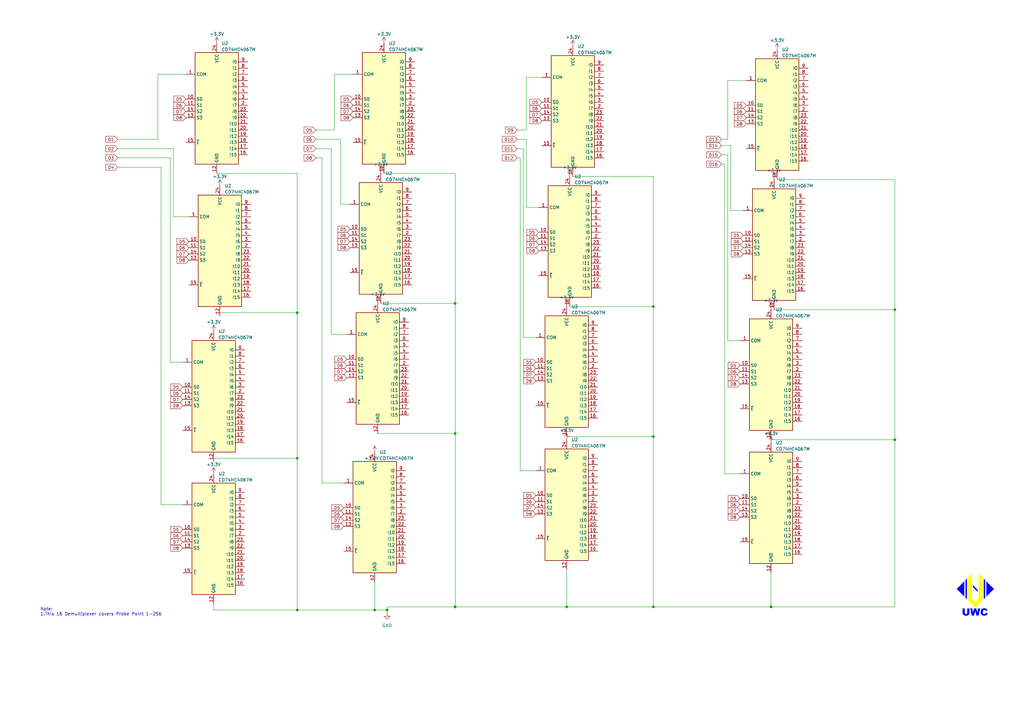
<source format=kicad_sch>
(kicad_sch (version 20230121) (generator eeschema)

  (uuid 65a85172-cde5-4eea-871c-c03616a6576d)

  (paper "A3")

  (title_block
    (rev "0")
    (company "UWC")
    (comment 1 "Danial Khir")
  )

  (lib_symbols
    (symbol "74xx:CD74HC4067M" (in_bom yes) (on_board yes)
      (property "Reference" "U" (at -8.89 22.86 0)
        (effects (font (size 1.27 1.27)) (justify left))
      )
      (property "Value" "CD74HC4067M" (at 1.27 22.86 0)
        (effects (font (size 1.27 1.27)) (justify left))
      )
      (property "Footprint" "Package_SO:SOIC-24W_7.5x15.4mm_P1.27mm" (at 22.86 -25.4 0)
        (effects (font (size 1.27 1.27) italic) hide)
      )
      (property "Datasheet" "http://www.ti.com/lit/ds/symlink/cd74hc4067.pdf" (at -8.89 21.59 0)
        (effects (font (size 1.27 1.27)) hide)
      )
      (property "ki_keywords" "multiplexer demultiplexer mux demux" (at 0 0 0)
        (effects (font (size 1.27 1.27)) hide)
      )
      (property "ki_description" "High-Speed CMOS Logic 16-Channel Analog Multiplexer/Demultiplexer, SOIC-24" (at 0 0 0)
        (effects (font (size 1.27 1.27)) hide)
      )
      (property "ki_fp_filters" "SOIC*W*7.5x15.4mm*P1.27mm*" (at 0 0 0)
        (effects (font (size 1.27 1.27)) hide)
      )
      (symbol "CD74HC4067M_0_1"
        (rectangle (start -8.89 21.59) (end 8.89 -24.13)
          (stroke (width 0.254) (type default))
          (fill (type background))
        )
      )
      (symbol "CD74HC4067M_1_1"
        (pin passive line (at -12.7 12.7 0) (length 3.81)
          (name "COM" (effects (font (size 1.27 1.27))))
          (number "1" (effects (font (size 1.27 1.27))))
        )
        (pin input line (at -12.7 2.54 0) (length 3.81)
          (name "S0" (effects (font (size 1.27 1.27))))
          (number "10" (effects (font (size 1.27 1.27))))
        )
        (pin input line (at -12.7 0 0) (length 3.81)
          (name "S1" (effects (font (size 1.27 1.27))))
          (number "11" (effects (font (size 1.27 1.27))))
        )
        (pin power_in line (at 0 -27.94 90) (length 3.81)
          (name "GND" (effects (font (size 1.27 1.27))))
          (number "12" (effects (font (size 1.27 1.27))))
        )
        (pin input line (at -12.7 -5.08 0) (length 3.81)
          (name "S3" (effects (font (size 1.27 1.27))))
          (number "13" (effects (font (size 1.27 1.27))))
        )
        (pin input line (at -12.7 -2.54 0) (length 3.81)
          (name "S2" (effects (font (size 1.27 1.27))))
          (number "14" (effects (font (size 1.27 1.27))))
        )
        (pin input line (at -12.7 -15.24 0) (length 3.81)
          (name "~{E}" (effects (font (size 1.27 1.27))))
          (number "15" (effects (font (size 1.27 1.27))))
        )
        (pin passive line (at 12.7 -20.32 180) (length 3.81)
          (name "I15" (effects (font (size 1.27 1.27))))
          (number "16" (effects (font (size 1.27 1.27))))
        )
        (pin passive line (at 12.7 -17.78 180) (length 3.81)
          (name "I14" (effects (font (size 1.27 1.27))))
          (number "17" (effects (font (size 1.27 1.27))))
        )
        (pin passive line (at 12.7 -15.24 180) (length 3.81)
          (name "I13" (effects (font (size 1.27 1.27))))
          (number "18" (effects (font (size 1.27 1.27))))
        )
        (pin passive line (at 12.7 -12.7 180) (length 3.81)
          (name "I12" (effects (font (size 1.27 1.27))))
          (number "19" (effects (font (size 1.27 1.27))))
        )
        (pin passive line (at 12.7 0 180) (length 3.81)
          (name "I7" (effects (font (size 1.27 1.27))))
          (number "2" (effects (font (size 1.27 1.27))))
        )
        (pin passive line (at 12.7 -10.16 180) (length 3.81)
          (name "I11" (effects (font (size 1.27 1.27))))
          (number "20" (effects (font (size 1.27 1.27))))
        )
        (pin passive line (at 12.7 -7.62 180) (length 3.81)
          (name "I10" (effects (font (size 1.27 1.27))))
          (number "21" (effects (font (size 1.27 1.27))))
        )
        (pin passive line (at 12.7 -5.08 180) (length 3.81)
          (name "I9" (effects (font (size 1.27 1.27))))
          (number "22" (effects (font (size 1.27 1.27))))
        )
        (pin passive line (at 12.7 -2.54 180) (length 3.81)
          (name "I8" (effects (font (size 1.27 1.27))))
          (number "23" (effects (font (size 1.27 1.27))))
        )
        (pin power_in line (at 0 25.4 270) (length 3.81)
          (name "VCC" (effects (font (size 1.27 1.27))))
          (number "24" (effects (font (size 1.27 1.27))))
        )
        (pin passive line (at 12.7 2.54 180) (length 3.81)
          (name "I6" (effects (font (size 1.27 1.27))))
          (number "3" (effects (font (size 1.27 1.27))))
        )
        (pin passive line (at 12.7 5.08 180) (length 3.81)
          (name "I5" (effects (font (size 1.27 1.27))))
          (number "4" (effects (font (size 1.27 1.27))))
        )
        (pin passive line (at 12.7 7.62 180) (length 3.81)
          (name "I4" (effects (font (size 1.27 1.27))))
          (number "5" (effects (font (size 1.27 1.27))))
        )
        (pin passive line (at 12.7 10.16 180) (length 3.81)
          (name "I3" (effects (font (size 1.27 1.27))))
          (number "6" (effects (font (size 1.27 1.27))))
        )
        (pin passive line (at 12.7 12.7 180) (length 3.81)
          (name "I2" (effects (font (size 1.27 1.27))))
          (number "7" (effects (font (size 1.27 1.27))))
        )
        (pin passive line (at 12.7 15.24 180) (length 3.81)
          (name "I1" (effects (font (size 1.27 1.27))))
          (number "8" (effects (font (size 1.27 1.27))))
        )
        (pin passive line (at 12.7 17.78 180) (length 3.81)
          (name "I0" (effects (font (size 1.27 1.27))))
          (number "9" (effects (font (size 1.27 1.27))))
        )
      )
    )
    (symbol "power:+3.3V" (power) (pin_names (offset 0)) (in_bom yes) (on_board yes)
      (property "Reference" "#PWR" (at 0 -3.81 0)
        (effects (font (size 1.27 1.27)) hide)
      )
      (property "Value" "+3.3V" (at 0 3.556 0)
        (effects (font (size 1.27 1.27)))
      )
      (property "Footprint" "" (at 0 0 0)
        (effects (font (size 1.27 1.27)) hide)
      )
      (property "Datasheet" "" (at 0 0 0)
        (effects (font (size 1.27 1.27)) hide)
      )
      (property "ki_keywords" "global power" (at 0 0 0)
        (effects (font (size 1.27 1.27)) hide)
      )
      (property "ki_description" "Power symbol creates a global label with name \"+3.3V\"" (at 0 0 0)
        (effects (font (size 1.27 1.27)) hide)
      )
      (symbol "+3.3V_0_1"
        (polyline
          (pts
            (xy -0.762 1.27)
            (xy 0 2.54)
          )
          (stroke (width 0) (type default))
          (fill (type none))
        )
        (polyline
          (pts
            (xy 0 0)
            (xy 0 2.54)
          )
          (stroke (width 0) (type default))
          (fill (type none))
        )
        (polyline
          (pts
            (xy 0 2.54)
            (xy 0.762 1.27)
          )
          (stroke (width 0) (type default))
          (fill (type none))
        )
      )
      (symbol "+3.3V_1_1"
        (pin power_in line (at 0 0 90) (length 0) hide
          (name "+3.3V" (effects (font (size 1.27 1.27))))
          (number "1" (effects (font (size 1.27 1.27))))
        )
      )
    )
    (symbol "power:GND" (power) (pin_names (offset 0)) (in_bom yes) (on_board yes)
      (property "Reference" "#PWR" (at 0 -6.35 0)
        (effects (font (size 1.27 1.27)) hide)
      )
      (property "Value" "GND" (at 0 -3.81 0)
        (effects (font (size 1.27 1.27)))
      )
      (property "Footprint" "" (at 0 0 0)
        (effects (font (size 1.27 1.27)) hide)
      )
      (property "Datasheet" "" (at 0 0 0)
        (effects (font (size 1.27 1.27)) hide)
      )
      (property "ki_keywords" "global power" (at 0 0 0)
        (effects (font (size 1.27 1.27)) hide)
      )
      (property "ki_description" "Power symbol creates a global label with name \"GND\" , ground" (at 0 0 0)
        (effects (font (size 1.27 1.27)) hide)
      )
      (symbol "GND_0_1"
        (polyline
          (pts
            (xy 0 0)
            (xy 0 -1.27)
            (xy 1.27 -1.27)
            (xy 0 -2.54)
            (xy -1.27 -1.27)
            (xy 0 -1.27)
          )
          (stroke (width 0) (type default))
          (fill (type none))
        )
      )
      (symbol "GND_1_1"
        (pin power_in line (at 0 0 270) (length 0) hide
          (name "GND" (effects (font (size 1.27 1.27))))
          (number "1" (effects (font (size 1.27 1.27))))
        )
      )
    )
  )

  (junction (at 267.97 125.73) (diameter 0) (color 0 0 0 0)
    (uuid 01664d05-75a1-4a70-874e-04df5c125477)
  )
  (junction (at 121.92 250.19) (diameter 0) (color 0 0 0 0)
    (uuid 0bee554d-8fb3-4885-b1a5-48b7f2bb895e)
  )
  (junction (at 267.97 248.92) (diameter 0) (color 0 0 0 0)
    (uuid 2245d92e-7778-446b-8665-2a013344a671)
  )
  (junction (at 121.92 187.96) (diameter 0) (color 0 0 0 0)
    (uuid 28c2b601-3eef-4efc-a7da-c2e431ba7ca2)
  )
  (junction (at 267.97 179.07) (diameter 0) (color 0 0 0 0)
    (uuid 2e1115d8-ae0c-4fb0-8544-0f994ec6e780)
  )
  (junction (at 158.75 250.19) (diameter 0) (color 0 0 0 0)
    (uuid 30d0608b-af25-4a3c-92b6-e6009941a2ac)
  )
  (junction (at 153.67 250.19) (diameter 0) (color 0 0 0 0)
    (uuid 3328581b-ec4e-4566-b8ab-8295cec48389)
  )
  (junction (at 367.03 180.34) (diameter 0) (color 0 0 0 0)
    (uuid 3efeb6e2-d92f-4cb9-8398-7aa88c1634a8)
  )
  (junction (at 186.69 177.8) (diameter 0) (color 0 0 0 0)
    (uuid 7ec5ad18-b42f-4ca0-b33b-aa79a4179a37)
  )
  (junction (at 316.23 248.92) (diameter 0) (color 0 0 0 0)
    (uuid 875c1111-25aa-4363-92e2-f8505a34c8e1)
  )
  (junction (at 367.03 127) (diameter 0) (color 0 0 0 0)
    (uuid 9a1d25cf-7891-4606-96ce-2d6c66aae743)
  )
  (junction (at 232.41 248.92) (diameter 0) (color 0 0 0 0)
    (uuid a1a5b365-c785-4467-9a94-b9a3b707677e)
  )
  (junction (at 121.92 128.27) (diameter 0) (color 0 0 0 0)
    (uuid ca33949e-24a6-491e-a91a-295020256eda)
  )
  (junction (at 186.69 124.46) (diameter 0) (color 0 0 0 0)
    (uuid f60cd9c9-3d74-4276-92e1-4c4b4e7856ed)
  )
  (junction (at 186.69 248.92) (diameter 0) (color 0 0 0 0)
    (uuid ffdb6858-7d3c-434f-b5e6-3e18188e2898)
  )

  (wire (pts (xy 212.09 60.96) (xy 214.63 60.96))
    (stroke (width 0) (type default))
    (uuid 0359ee1e-1333-4449-9275-ea52cc33029a)
  )
  (wire (pts (xy 135.89 60.96) (xy 135.89 137.16))
    (stroke (width 0) (type default))
    (uuid 0632cb40-5183-43dd-a354-06c6b95f80b4)
  )
  (wire (pts (xy 298.45 33.02) (xy 306.07 33.02))
    (stroke (width 0) (type default))
    (uuid 0b4aedee-4a49-4ebc-a0bf-c8ccb835033e)
  )
  (wire (pts (xy 213.36 193.04) (xy 219.71 193.04))
    (stroke (width 0) (type default))
    (uuid 0b6a5929-f009-46a6-ae82-719d0aaf9513)
  )
  (wire (pts (xy 87.63 247.65) (xy 87.63 250.19))
    (stroke (width 0) (type default))
    (uuid 0e32e9c8-d19f-4c3e-914f-c140f94ddecc)
  )
  (wire (pts (xy 156.21 124.46) (xy 186.69 124.46))
    (stroke (width 0) (type default))
    (uuid 0f3b12c8-1912-4fb5-a94a-59b37d6ea81f)
  )
  (wire (pts (xy 214.63 138.43) (xy 219.71 138.43))
    (stroke (width 0) (type default))
    (uuid 0fb11639-5b32-485e-9ece-ef928f87ff80)
  )
  (wire (pts (xy 48.26 64.77) (xy 69.85 64.77))
    (stroke (width 0) (type default))
    (uuid 10ec989f-c50d-464a-8909-831ca6b120c3)
  )
  (wire (pts (xy 316.23 234.95) (xy 316.23 248.92))
    (stroke (width 0) (type default))
    (uuid 1139abfb-2751-4bee-8f5d-18548353d2e9)
  )
  (wire (pts (xy 90.17 128.27) (xy 90.17 129.54))
    (stroke (width 0) (type default))
    (uuid 177dd874-9ca6-4179-a344-08617365c115)
  )
  (wire (pts (xy 233.68 125.73) (xy 267.97 125.73))
    (stroke (width 0) (type default))
    (uuid 197282c8-5f5d-4a9d-aaf3-0692f72839ab)
  )
  (wire (pts (xy 298.45 63.5) (xy 298.45 139.7))
    (stroke (width 0) (type default))
    (uuid 227d6150-fe38-4b22-8894-97b45c231dbd)
  )
  (wire (pts (xy 66.04 207.01) (xy 74.93 207.01))
    (stroke (width 0) (type default))
    (uuid 280538c6-ee51-4a3a-a078-275b5b40a5da)
  )
  (wire (pts (xy 154.94 177.8) (xy 186.69 177.8))
    (stroke (width 0) (type default))
    (uuid 2a85cf6b-db09-41aa-806a-e34e84c21194)
  )
  (wire (pts (xy 87.63 187.96) (xy 87.63 189.23))
    (stroke (width 0) (type default))
    (uuid 2c9be86e-761b-424e-a5c3-0622ee1b5ec3)
  )
  (wire (pts (xy 139.7 83.82) (xy 143.51 83.82))
    (stroke (width 0) (type default))
    (uuid 2cb80de2-2cfc-4431-822b-1c6d8187089c)
  )
  (wire (pts (xy 90.17 128.27) (xy 121.92 128.27))
    (stroke (width 0) (type default))
    (uuid 321298e0-4a35-4c64-81b3-4c731f63b265)
  )
  (wire (pts (xy 367.03 248.92) (xy 316.23 248.92))
    (stroke (width 0) (type default))
    (uuid 33e68470-c5f0-4a3f-9815-6e1dc69bf8f1)
  )
  (wire (pts (xy 48.26 57.15) (xy 64.77 57.15))
    (stroke (width 0) (type default))
    (uuid 34262c6b-bc9c-441b-bff5-fa3e14322abe)
  )
  (wire (pts (xy 318.77 73.66) (xy 367.03 73.66))
    (stroke (width 0) (type default))
    (uuid 344ecab7-621b-4695-8405-5b82bdc03da2)
  )
  (wire (pts (xy 295.91 57.15) (xy 298.45 57.15))
    (stroke (width 0) (type default))
    (uuid 34c0a516-a428-45da-bc50-34109243e6ea)
  )
  (wire (pts (xy 186.69 248.92) (xy 158.75 248.92))
    (stroke (width 0) (type default))
    (uuid 381d03f4-f5e9-441d-86c4-8452785795c0)
  )
  (wire (pts (xy 215.9 53.34) (xy 215.9 31.75))
    (stroke (width 0) (type default))
    (uuid 3f38ffd4-69fd-44a7-89db-ee0ddbb8162e)
  )
  (wire (pts (xy 215.9 31.75) (xy 222.25 31.75))
    (stroke (width 0) (type default))
    (uuid 407fbaeb-71ea-4c22-a0f7-2974a8893b00)
  )
  (wire (pts (xy 186.69 248.92) (xy 232.41 248.92))
    (stroke (width 0) (type default))
    (uuid 4eae424b-f208-4d7c-8002-50333ba6a77d)
  )
  (wire (pts (xy 298.45 57.15) (xy 298.45 33.02))
    (stroke (width 0) (type default))
    (uuid 4f3e5588-e3ad-4a08-8146-110914890958)
  )
  (wire (pts (xy 129.54 60.96) (xy 135.89 60.96))
    (stroke (width 0) (type default))
    (uuid 4fcecd9e-2df6-4e3e-9b9d-51970b7514a8)
  )
  (wire (pts (xy 64.77 30.48) (xy 76.2 30.48))
    (stroke (width 0) (type default))
    (uuid 50d4e364-2a7f-442d-94db-f067d5dcb2ea)
  )
  (wire (pts (xy 267.97 179.07) (xy 267.97 248.92))
    (stroke (width 0) (type default))
    (uuid 50dcfc72-89b0-49a7-88f3-207e7993031f)
  )
  (wire (pts (xy 186.69 71.12) (xy 186.69 124.46))
    (stroke (width 0) (type default))
    (uuid 5163660f-8fae-4b91-87fa-53ce3f6b814b)
  )
  (wire (pts (xy 157.48 71.12) (xy 186.69 71.12))
    (stroke (width 0) (type default))
    (uuid 54c9b49e-f172-4da3-84c3-676c04c228b2)
  )
  (wire (pts (xy 87.63 250.19) (xy 121.92 250.19))
    (stroke (width 0) (type default))
    (uuid 55cc5b18-7724-489f-bd82-88bfb0243e54)
  )
  (wire (pts (xy 316.23 180.34) (xy 367.03 180.34))
    (stroke (width 0) (type default))
    (uuid 58134dc0-a07d-4392-82d2-f1f03bd738b2)
  )
  (wire (pts (xy 267.97 125.73) (xy 267.97 179.07))
    (stroke (width 0) (type default))
    (uuid 5db7e03c-b09f-4656-8e27-1859d24dcf80)
  )
  (wire (pts (xy 367.03 180.34) (xy 367.03 248.92))
    (stroke (width 0) (type default))
    (uuid 650b4f08-304d-4553-99bd-536d6340f130)
  )
  (wire (pts (xy 212.09 57.15) (xy 215.9 57.15))
    (stroke (width 0) (type default))
    (uuid 6a19aa10-4b43-4f92-9cb7-570a3fd0259a)
  )
  (wire (pts (xy 213.36 64.77) (xy 213.36 193.04))
    (stroke (width 0) (type default))
    (uuid 6fcfc3c9-0f91-4769-8d7d-96e9403fd47f)
  )
  (wire (pts (xy 121.92 71.12) (xy 121.92 128.27))
    (stroke (width 0) (type default))
    (uuid 71ae2d49-5f60-4d06-8a80-74b5a160cf92)
  )
  (wire (pts (xy 186.69 124.46) (xy 186.69 177.8))
    (stroke (width 0) (type default))
    (uuid 74ffab0a-9c0c-4632-953a-1d68ad10c7a9)
  )
  (wire (pts (xy 69.85 64.77) (xy 69.85 148.59))
    (stroke (width 0) (type default))
    (uuid 7508466a-4cf1-4d98-b4c6-b9007dd20bb6)
  )
  (wire (pts (xy 316.23 248.92) (xy 267.97 248.92))
    (stroke (width 0) (type default))
    (uuid 76bbbc4e-162d-4d9f-baab-0697341893af)
  )
  (wire (pts (xy 367.03 73.66) (xy 367.03 127))
    (stroke (width 0) (type default))
    (uuid 7c897f07-5b26-4046-b31b-6192d163fbe0)
  )
  (wire (pts (xy 121.92 128.27) (xy 121.92 187.96))
    (stroke (width 0) (type default))
    (uuid 7e35a4ef-783e-4941-acba-040f131b0cc1)
  )
  (wire (pts (xy 137.16 53.34) (xy 137.16 30.48))
    (stroke (width 0) (type default))
    (uuid 7e5e045a-91c5-457f-a900-2f9353df4e60)
  )
  (wire (pts (xy 158.75 248.92) (xy 158.75 250.19))
    (stroke (width 0) (type default))
    (uuid 7ff5c92f-5dc7-4f5e-8531-7f96bdd2b330)
  )
  (wire (pts (xy 186.69 177.8) (xy 186.69 248.92))
    (stroke (width 0) (type default))
    (uuid 845e9d04-d62b-43cc-b0dd-0fd8f7dcb2c2)
  )
  (wire (pts (xy 121.92 250.19) (xy 153.67 250.19))
    (stroke (width 0) (type default))
    (uuid 85808d67-3702-4ba6-8bad-4e572f7034fb)
  )
  (wire (pts (xy 299.72 59.69) (xy 299.72 86.36))
    (stroke (width 0) (type default))
    (uuid 85feced4-9648-4bcc-a82f-2584312677ae)
  )
  (wire (pts (xy 153.67 238.76) (xy 153.67 250.19))
    (stroke (width 0) (type default))
    (uuid 87b8ecd9-7d4d-42e8-8a13-8343fcb3c9b3)
  )
  (wire (pts (xy 64.77 30.48) (xy 64.77 57.15))
    (stroke (width 0) (type default))
    (uuid 886ff3fc-8dc3-4a40-a9c6-01b4d0555782)
  )
  (wire (pts (xy 66.04 68.58) (xy 66.04 207.01))
    (stroke (width 0) (type default))
    (uuid 88ac14f1-5b79-4449-8fbd-437abeeccd05)
  )
  (wire (pts (xy 214.63 60.96) (xy 214.63 138.43))
    (stroke (width 0) (type default))
    (uuid 8a976ff0-5977-47d2-9268-ddf9f7d4575f)
  )
  (wire (pts (xy 71.12 60.96) (xy 71.12 88.9))
    (stroke (width 0) (type default))
    (uuid 8d9659fa-6040-4738-acba-2e9cc80b37b8)
  )
  (wire (pts (xy 132.08 198.12) (xy 140.97 198.12))
    (stroke (width 0) (type default))
    (uuid 90e4c877-4a09-42b5-9fbc-69297d414fcd)
  )
  (wire (pts (xy 132.08 64.77) (xy 132.08 198.12))
    (stroke (width 0) (type default))
    (uuid 95718f5a-08a9-4b96-85a0-ddfbc6b6a922)
  )
  (wire (pts (xy 299.72 86.36) (xy 304.8 86.36))
    (stroke (width 0) (type default))
    (uuid 97240405-719b-4f96-9b92-a5cb6553c964)
  )
  (wire (pts (xy 137.16 30.48) (xy 144.78 30.48))
    (stroke (width 0) (type default))
    (uuid 995bd309-3b2b-46f8-8633-01c618e0a34c)
  )
  (wire (pts (xy 215.9 85.09) (xy 220.98 85.09))
    (stroke (width 0) (type default))
    (uuid 9a342216-8f89-4a19-86e0-adf5c253131e)
  )
  (wire (pts (xy 129.54 53.34) (xy 137.16 53.34))
    (stroke (width 0) (type default))
    (uuid 9a8a5822-4ee1-4881-8abc-576331a90f3a)
  )
  (wire (pts (xy 367.03 127) (xy 367.03 180.34))
    (stroke (width 0) (type default))
    (uuid ad78b174-6ca1-4304-9c50-8cf9dd4ad9bb)
  )
  (wire (pts (xy 298.45 139.7) (xy 303.53 139.7))
    (stroke (width 0) (type default))
    (uuid ae46f9d7-5cab-48c2-8db1-195d1504450a)
  )
  (wire (pts (xy 212.09 53.34) (xy 215.9 53.34))
    (stroke (width 0) (type default))
    (uuid b0cb4845-3613-4351-aecb-86e0c51c51dc)
  )
  (wire (pts (xy 69.85 148.59) (xy 74.93 148.59))
    (stroke (width 0) (type default))
    (uuid b9a44492-be07-4daa-9768-e4a475e5abe7)
  )
  (wire (pts (xy 88.9 71.12) (xy 121.92 71.12))
    (stroke (width 0) (type default))
    (uuid bc925010-3d89-47bb-be7e-b12c668637b0)
  )
  (wire (pts (xy 267.97 248.92) (xy 232.41 248.92))
    (stroke (width 0) (type default))
    (uuid bfcf2b72-bd2a-4d4e-80ad-3e6e58661aa8)
  )
  (wire (pts (xy 267.97 72.39) (xy 267.97 125.73))
    (stroke (width 0) (type default))
    (uuid c0e96fa4-3dff-4a86-ad15-342c74732e09)
  )
  (wire (pts (xy 153.67 250.19) (xy 158.75 250.19))
    (stroke (width 0) (type default))
    (uuid c4d5a3b8-de01-4f8c-bede-cbdb1f90fa8a)
  )
  (wire (pts (xy 215.9 57.15) (xy 215.9 85.09))
    (stroke (width 0) (type default))
    (uuid cece72f8-0c32-4566-9b27-79fb40552d77)
  )
  (wire (pts (xy 297.18 194.31) (xy 303.53 194.31))
    (stroke (width 0) (type default))
    (uuid d0bc070d-0382-4305-a99f-b8ed602950d2)
  )
  (wire (pts (xy 297.18 67.31) (xy 297.18 194.31))
    (stroke (width 0) (type default))
    (uuid d12cbe29-bbd5-48b7-ae1c-bd9d2b5286b1)
  )
  (wire (pts (xy 48.26 68.58) (xy 66.04 68.58))
    (stroke (width 0) (type default))
    (uuid d1515148-c452-405b-b4a9-0ae5d9484153)
  )
  (wire (pts (xy 295.91 67.31) (xy 297.18 67.31))
    (stroke (width 0) (type default))
    (uuid d1f56d95-c8fe-4e99-a232-699768133505)
  )
  (wire (pts (xy 232.41 179.07) (xy 267.97 179.07))
    (stroke (width 0) (type default))
    (uuid d7eb1b3e-73c1-4cea-b86d-b299bfca8d6f)
  )
  (wire (pts (xy 129.54 64.77) (xy 132.08 64.77))
    (stroke (width 0) (type default))
    (uuid d85392a2-24f4-430b-afe2-6e1044077694)
  )
  (wire (pts (xy 317.5 127) (xy 367.03 127))
    (stroke (width 0) (type default))
    (uuid d8ab82c0-e7dd-4c66-a56a-433bb44de847)
  )
  (wire (pts (xy 129.54 57.15) (xy 139.7 57.15))
    (stroke (width 0) (type default))
    (uuid d95ca18b-688b-4c3d-9df5-6aea42631593)
  )
  (wire (pts (xy 139.7 57.15) (xy 139.7 83.82))
    (stroke (width 0) (type default))
    (uuid dde3c882-8352-4903-94c3-ddc953493a2d)
  )
  (wire (pts (xy 71.12 88.9) (xy 77.47 88.9))
    (stroke (width 0) (type default))
    (uuid e09fec36-5edc-4567-9606-5bd65bb04eeb)
  )
  (wire (pts (xy 121.92 187.96) (xy 121.92 250.19))
    (stroke (width 0) (type default))
    (uuid e22c5860-bc12-4378-a5c0-7f53083bc0f8)
  )
  (wire (pts (xy 135.89 137.16) (xy 142.24 137.16))
    (stroke (width 0) (type default))
    (uuid e3e915dd-d80e-4527-83db-563666cc5921)
  )
  (wire (pts (xy 48.26 60.96) (xy 71.12 60.96))
    (stroke (width 0) (type default))
    (uuid e7f28e7c-5996-4ae0-9b5b-c31014d308dc)
  )
  (wire (pts (xy 212.09 64.77) (xy 213.36 64.77))
    (stroke (width 0) (type default))
    (uuid e9d968d2-3ee4-4873-971f-189be40f28ae)
  )
  (wire (pts (xy 87.63 187.96) (xy 121.92 187.96))
    (stroke (width 0) (type default))
    (uuid ee4b9167-45bb-47ea-94b1-418ba2b23c36)
  )
  (wire (pts (xy 295.91 59.69) (xy 299.72 59.69))
    (stroke (width 0) (type default))
    (uuid f21fddd0-28ec-4a19-a219-bf6ee095c5ee)
  )
  (wire (pts (xy 295.91 63.5) (xy 298.45 63.5))
    (stroke (width 0) (type default))
    (uuid f36aeb59-37b5-4d2a-ad6a-652642c51a70)
  )
  (wire (pts (xy 158.75 250.19) (xy 158.75 251.46))
    (stroke (width 0) (type default))
    (uuid f3d4761c-9f3f-4d37-8206-4f8cca07db68)
  )
  (wire (pts (xy 232.41 233.68) (xy 232.41 248.92))
    (stroke (width 0) (type default))
    (uuid f8f12c7a-5ef5-4d5e-808b-2778ca55de70)
  )
  (wire (pts (xy 234.95 72.39) (xy 267.97 72.39))
    (stroke (width 0) (type default))
    (uuid fb2f4cc2-c401-4003-8fd0-1f34ac886831)
  )

  (image (at 400.05 243.84) (scale 1.41259)
    (uuid 8d365f80-54a7-404b-9f6b-b87d20328b24)
    (data
      iVBORw0KGgoAAAANSUhEUgAAAIIAAACUCAYAAABfjPF7AAAABHNCSVQICAgIfAhkiAAAAAlwSFlz
      AABcMAAAXDABsIpz7QAAIABJREFUeJztXXd8VUX2/869r5fUlx5IJdQAYqNZkOK6YmVBlrLo+kPW
      RUSx46oYsBuwoFRRZAUryLq6oqJAKKIiEGpoCYEQ0t/Ly2v3ztz5/fFeIJWS5PGSmO/nc8Xcd2fm
      zL3fe+acOefOELQzuKQNoIzBpLsBhJAWrdtatQ4qUYRRpwMhg1u07g60IBR2FLIyBodzODjnLV7/
      6bIKcA7IbI5f6g8khEAL0FJQ2HFUSingSp8bOyc/O8EfbYQFrTZJdOYjgCWVsZngSvshQ7sgAucn
      UIUEmDTP3yiQ/70nkl1+0dsi0WpEsvkegq8WE5KWRJXZ4FzxR1OXHG2eCFzZjaKqTtDzjOHAfxcK
      2BknQKItbR94G9NxAisVkDVEwecLQDolMmVGuxgm2jQRFHYaVncfWAwv3ATy9RJCdicSwvzYIgch
      ACFVEMjmG4E1S4G+yTJ7os0PE22WCAo/BhePhkmTMQJY+65IdiUIhPq/Ye7VNAKqIGLjUOCzBQLp
      mUTZg+C83P/t+wltkgiUroe1LBkaZAwH+epdgexOJEQGwAEovn/9BMJ9hwJC7CDYPILj84WE9OtE
      6QvgvMx/bfsRbY4IjG2FKN5AgkKeHEnI1++JJDuFoIYm8INpcK7KCbFDxMYRBJ8sIyThMlm+C4xb
      /SmEX9CmiMDY9wAGCIw9/FfgqyUC2dnprCYIAMhZm4GQzcOANUsFYXhfeLqA8dLAyNREtBkiKPRb
      cGEY4coDowi+f1MQDkV7NYFPVQeKDL72CXFCEH7pR/DfpRAf7KFIFjBeEiCZLh5tggiUrQMRbwTo
      I+MJ+fFtIuRYCJifh4GLB4ELRPjtcpB1HxDxpXTu6QyFnQ60WBeEVk8Ehf0M7r4RjE4fR8i3rxHh
      SBSBEmAt0AAIBwhA4AEhO68E/rcM4rN9FWUmPPwSeDPNRKsmAmW/gAhXE6KZPo6Q714nwuFoLwkC
      LVlj8BKTEBcE4bcrCPnqHSClL9h0yJ5WRNoG0KqJwKEWZTZtDMj6N4lwNMY7HLQyTVAXxHfADUJ2
      DQT5diFB/GVcDrBc50HrJoKyuRPBLy8KwsEaNkErJgEAr3zV3oQbAtl5NcHPTxIdVQVasnOhVRNB
      QIVeQIWZkLZCgprgPu3gBkFZGOFuMdASnQutiqVjZrwMAPh07pO+MwQg4G2LADVR7doqHL6xobqP
      QM1+Bh6tRiNMmnMI+7Nvxqb1Y2ucbbVW4QWDnPnv2b5s3zIKR3L+jCX7fwyQVPXRKogwZe5mrHgh
      GCERxeld03d1DrQ8/sFZInROOXS5KdQWPX9a6+lqwInw1LvrsfSZHujZ33nVkd+Sl5w61Ckh0DL5
      G8f3JPzpyG8JbwVHyJF9RxwG588GWqTAEuGJFb/gpYf7oteAsqtOHDQvrTgV0odLmvaR8tMIPp37
      JDx2PUqPh4w+tCP4TXOYFNln+ES8v/+ngMoVMGPxn298hVcmdUafIRVX5e8PXVpZZE5Xad0O7o/M
      otYGQjiV1CjND7kLIEjrVz79jQdjiwMpUsCIEBFXit5D7FflHwhdaisKSudKwEepSwkCAlCPhpTm
      B98FACm9yx8CUBQogQJGhI1fJAQXHNK/aisypSus2sWubV23V3BOwLm3r9SjIWUngu5SqRxHAfwr
      UDIF7DV0Veq1brs2ijOVz9cmbXa2oGnwEZ4QMElNnJWamEBKEzAicC5yDsI5yJk8wD8eCM5Ml3Eh
      oO/BJRkanlm0Ez/95AQXPNiy8gbvyVrZxn9UIgBA9TBxFqMfegqFRSNAoEPWqgGXRAq/a4Sn3v8O
      yxeFQme0ddLqyiP93V7bRW2FoNNZU4NCbeYBo/ddktb9SoSNu/+Nj9/uhogYKfXg9i7vFhxK6OLP
      9toTjmUn3bFnS5c5IZFu0+C/7Pd7e34jwns7V2HCpOsQEedMPb43ZEnp8fChklP/x7IHmwFHeZC6
      +Jjln3s3RmUEWSTTgL8c8Gt7fiHC0+9nYfbdgxDT2ZGauydkcXlB8PUKVSmkgwYXhM/eeAkA4ZJT
      qyo6FjptT5YlIzTCbRo4xn9kaHEibMl+H6vmd0Jkoj31WHbo4vKCkCHcl5NB/tBG4cXCe69kp1ZV
      lBs6bU9WREZolMtvw0SLEmHpb59g7N3XwxLrSs3dbVlcURAyhMnqP9j8QMuCg0By6lRFx0KnZf8Y
      mRFs8ZgGjtnd4u20GBEeX/Iz5vy9P2I6OVOP7QlbXF4QPESRVfAyW8Af20VsKs7eN69mCJm2Oysi
      IyzSbRo8qmU1Q4sQ4ZeDc/HZohhEJpzVBApVt/5E07YEAkhOvao4N3Targ3xGSGRbtOA0S1nMzSb
      CEs3r8Kdd42FJdadmrsndHF5QfAQJqtqzad3oLk4ey8lp05VfCx42u5NkRlBFpdp4OiDLdJCs4jw
      +LKdmP3AIMQm2FLzskMWlxeEDFGoCuSMe9BBgpaDL+mNcMhOnaooN3Ta/qxI3zDRfM3QZCL8evA/
      +HyBCVGdnam52WGLywtCvJqggSnTDrQcOK9tQO7eYMkIjnSbBt21p1n1NokIizevxZ139YUlVko9
      lu0zDKvT9juGAz+jYQMy2OI2Dbqz6QbkRRPh0cU/YM60vojt7Eg9ttuyuKIgeAijarRWo/C2B9/H
      LQ98Gmgx/AB+1oA8Fjote0NsRnikyzRg9N4m1XZRRNh15FOsXpSGqM5eF7HCZxiCE3DeOl1EjV42
      jHniU+Hm+w8FWpQWhnDmnstOraokN3ja71lRGSGRTZt0umAivL3pM4wcNQDhsc7UvN1hPsNQXcMw
      bJ04sKPHLS+Mf37CY+8eIbc88lugxfEDqjWDTlWcGzpt78aYJsUmLogITyzajMwHr0JsgiM1b0/o
      WcOQo9UbhmV50ZEFB6Lm/l//3uMfeH0DuWWG/yN5lxZe47ymAbkny5IRFnlxsYnzEuH3oyvx2ZJ4
      RCZU+WIHwUMU2pZyDAXmqDCEFx4yzZs64C/jH8w8QEZO928k79LD+xy8rqU3NpG9KSIj5CJiE+ck
      wlsbvsCtfxkAS4w79dius7GDtgYCAY4Kk6UwJ2ze/f2vGv/4G7nk9kd/D7RYLQ7OAU5qaIYfIzOC
      wz2mgaPPH5tolAgz3vkFcx+8ArGdXanH9oQurjh1NnbQWg3DxsB98Q5HhdFSeCho3j0Duo9/7LVd
      5PaHmmZht14IZ/I/z7iWmyMywqLPH5tokAgb89/Bmg+ifLGD8DYeO6j9xYzDqreczgmdN6n/sPGP
      zTtKhj/8a6AE8y9qxiZ+On9soh4R3lr3GcaPvAOW6PYROxA1EhNECgLu83AEOKwmy6lDIfMmDbhs
      /H1zfyC3z2jerFzrQ2OxCXejsYlaRHjyvW3IfPJqxCbaUvP2tI/YQUSC+4eQ6KosQSV71SYXAC7A
      adVbCg8FzXuq/7jxj2XuJLe2QzIAdWMTERmhjcQmzhDhp/z/4dOFFkTFO1Nzs8OWtJfYQWGu7khS
      esXk0LjKLEHlXZeREAUAgaPC6NUM/YeMn5q5h9z8UHsjQ/3YRHYjsQkBAF764StMGtkDlhipOqnk
      +vYSO3jgX9+hINeQk9i7dHJonC1LVFUvdUcALsJpNVkKD5vn/XPAgPHT5x0gox65NOnjlw4NxCY2
      RXiHiTvPagbhiSWfYeGjvRGT4Ew9lh3R6mMHF4t/TZiGx+YeQ8GRkJzEXhWTQ+OsWYLIanSPw1lh
      tJzOCZv3z/79xz/7+kny50d3BFJkP4HXMiD3bIjNCI/ymAb6ZiCF/34Whoh4T+rRPWFLKgqCWn3s
      oCl4+Mbr8frn61F00pSTmG71kkFFQYjXseTca0AWHgqZN2pAt/H3v7aVjJzW3oaJ2rGJ4tyQaTs3
      Rc42mBXz2OeWQ7DEiDEnDxrfrTjpHQ5ae+ygqRjfcyLufuxHFOWachJ7l08Oi7NlCaJ8dujjxGtA
      5gTPe7j/beMffWsHGflo+41NyC6tqjg3aNrRbO0ToiioBUEgTpUGOaJaYWcubKeYPWEi/m/e78g/
      aspJ6lU+OaTagCReA5KDnHEt/6//0PH3v5ZFRj7c3mITQPVakCqtYlOphcMQFEWgMrf1GmifGZlk
      XaDRuWl7GQ4aw3MjbsHCTzejON+Yk9S7dHJInC1LFH3LovrcS6fVYCk8bJ43fcAd46fOPUbGTNsW
      WKFbFN7nawhxlMelWWc8/bZtBVfAhKx/Xw9bqdqePrh4ZkSSbaFaJ9Gz6wO2T9zZ668YPWMzTufq
      cpLTyyeHxtmyiFj9dba3305fbGLa1b3HiyqlVS+WeWHwzQoTBYYQZ3lsmm1G5pptK9Yu1yorn53k
      dR+3fZmC8lKtvecA28zIJNtCrd5NCdridPKF4/V7/oqpb5bg5FFTTkJ6xeSwOGuWWNeArDBZio4Z
      XtifrU0OtLzNBfENf8YQR3lMl8oZGZ/9vmL5q2nKmvk9ANSYUNq+ujvs5Wp7+qDSmRFJ1oVqvaf1
      ry3fTDw19GosWrkBJfnBZ70JkdaaQJNdKrPbLhoCJ2XLwRDqKI9Nq5gx58ufV6x6LVn54o3LzvxW
      a4p565ousJXo7OnXlM+MTKxcqNG7KSEKQNrvine3XjYBox/9AaeOG3OS0q2TQ+Mqa2gGBd4xslWt
      VHxRIEQBIQoMIY7y2FT7jMy1v634+JVuyn/e7lPrunpBp61fdkF5sdbec2D5zEifZiBteIr5QpD5
      t4l46OWjKDhizEnwzUAKooz2sa4ThyG0qjw2zTrjuZV7V3z4cpry5Zvp9a5qMAy9fU0a7OVqe89r
      SmdGJtq8ZPAZGu0Vj998HeZ+vBElJ7Q5Sb3KJ4fGVWYRlT83E/UneA1N4CyP7WKbMfvTLSs+mRev
      fP5G7wZLNJqYsnV1GqwlWnvvgTavZjC4afvWC8DYvuNxx9SDOFUdm4i1bhZEKrZNtcBh8BmGmV/u
      XbEqs6vy1Tv1NUE1zpmqtn11N5SXaO09B5WcGSaqG2mveHPyzZi54AhOHg3JSehhmxyRWLJRNDra
      yDvgey6EnzUMP96xYvnLCcraty4/Z8nzJq/+vDYZ9jKdvdegipmRifaFGoOLEtK+5xmmXncD3v33
      OhSe0BzselXu1LjUguOBlulC4HURGYwhjrLYVPuMl9buWrHq9TTlizd7nbfsBaWzb13dFbZStb33
      4JKZkYnWBWqdh7ZjpQAAuLPfPXjgKRlup/GkWzZVBFqeC4Uh1FEek2Z95NWvNq346JUkZe27PS6o
      3AX7RdtWd0X/Ow7ZewyqeJoIHCXHQ/7hqdKqzyaztj88PSE10CJcEIhvr2pjqKMoOrXyiee++HXF
      ipe7K2vm9Tl/YR8u6gn+vCYN9lKNfcRY61NxaRUZWpPL1Z7thbYCQhjMlsrjnXqW3fvutvUffvpy
      mrJ6Xr+LquOiX+Vta9JQUaRxXP2XY6/GpFpna01uF84khnbgUoL43ESTxX48vnv5lAObkr9+Y2of
      /tX8hl3Ec6FJOn3122koPBIsDb61KDMmxTpbb3a4AAUd2uHSgRAOIjCYI2zH47vbpuzfmLpuysvf
      4ZsFF6cJqtHkwf2n9/ridJ5BGjz6RGZUqnW2zuRyNbWuDjQFZzXB/o1J68Y+/xsWPXljk2trlpX3
      /fKeKDxilq6/syAzOsU2W2d2ughhvizhDvgDhCggAoU5wn48vptXE9z9wjZ8/NyVzaq32eb+D++n
      o+CoSRp8e2FmdGpFh2bwN4gCc7Um2JS0bsoLW/DB0wObXW2L+H3ff5COwlyDNGj0yczoFOtsrcnl
      8s51d9gMLYUzNoGl6nh894op+zemrBv33E4senpwi9TfYhMAPyzvhcIjZmnIHcWZMSkVGTqT02dA
      dqC58HoHXhcxvpuXBJNe/Qkrn2+aYdgQWnQm6Mdl6Th5zCj1H3ViblSqtcY8Q/vOdvIfzsYOzhiG
      m5LXTX5hB5Y/fkOLttTiU4LfLe+OolyTdP2ogrkxKbYMndnh9G7y3UGEiwUBhyBQmCMqzxiG42f9
      hiVPX9HibfllbvjHZX1QcNQkXTvq5NzoVK/N4FukoAMXCg6AKDBZqs4Yhne/tA0fzWqed9AY/BYk
      +P79dBQcMUkD7yycG53sdS250kGGC8G46bNABCaaLVUn4rtZp+zfmLLu3hc24oOnmu8dNAa/JuP9
      sDwdQ+/eJ111ky1z73apSmewOdHyK8y3S0SmFOYqiuMfe9enrxv3/Fa89/T1fm3P72HD9R/0RHG+
      VvrbY4vf7dpnX3tbq6YF0LDt1Gfgb5/vXZ/+zb1z9mPlc4P8LsUlSc/dsLILwiKWMUGQ2moSoJ9Q
      kwS1R02nVee5/cEVeO9ff7skklyyPO3Vb/69zhle5///wOYDAWrej5VvzrrkIgQsYV9QAYKgkOrZ
      R/4H9S6rv58QVEpA34SApRaFRNDKkGj3Nxq925cQ+0fVCBz6EGdZaLS8LpBSBIwIbic8PQbbn49I
      tC1Q6z3Mu9JPS81A+km9ENYidXtXZPAmAPu+O3jknucrP292xc1AwIiwYdW1sJWKlb0G2p+OTrZm
      ak1Ol1eeZmoG30jD2HvNF7IGGOfgEDlvESYQ7g0gVZ6IS7NOm7tmz4pfvlUHNDAT0KzT7au7wVqi
      sQ+ZcOKZqC7W2bogh1Np7qQTUcCJEg/0NDC6oEXk5FwC6D0AKYsDeFhzuDD+0VcBwkRThP1EfM+K
      yYe2d175/ktJDX6GdikR8PTjn9cm40ROkNT/pvLM+B5FGSFxJc3MZ2AADvwJfH4G0EfH2Mpm1aZw
      DkYfBCdXJxP+5VuE5HdqrtaKSjmdG9+t9B8HNiSvm/ivbKx++/zfHfgbAScCAPz4fg8U5eukiTNX
      vNOt3/7s5tZHyGkdyI8PcLz9DJBsYuzfTa5LYc+BkMtTCdYuImTLDYC92VbtZdfs/nzfjz2/Gf9q
      NlbMufCUc3+iVRABADb+uyt+/V8fJrtU8tmzTRs2CeEQhEItETY9Dj7/GSDJxNiKi6qDcxmMvgCQ
      qBTg47eIsGUYESrrrOzcNDisWvedD32Mjx5vHSRo9aByRnfGuhRxDs45uehDUQhnLE5mdEwGYxuN
      jH1w4W3Tu8HoohRGR3ynsCDOlYtv33uInNKB31GpQuu/O9V8tBqN0BAUiOBc8Ml48a8iIQSEnFJB
      yHqC8/dmASkGRjPPWYZzDkrng5ArEoAvlxBh23BC7HUXeb9QCXxL4IqEk9a9DFOrJgJH5yIFqb8o
      PLiJK8NzEAIQclpDyA8Pgi+aBVypPZdmoGw+CCLCOV87hwhbhnhJ4K3r4pom4AoB5zES58kbFOjl
      8xfqQIOodN8Imb6bItPh3zIliDd1iOBc4IoicMainZROeEVh2wyMLa/VFuccbjoblK6NpPSuTxkL
      Z4oiNLE9whVOOGNxHpmOf4nS9Ua3LAXoLrYDcIVDps+C0kXJlN60gSlBnCsi5814QIzFSoxOeI2x
      rUbGVnnb4RyUvg0PXRUuy3cuZ8zSZNIpiugjXZxM6aR5lP1ikOVlAb6T7QCKzEHlyaB0SReZjljH
      WBDnvBlvqiL4yDA6g7EsE2MfQ5YeA2VfRsv09g8YC2dNNwy9RKAs1k3pxFcZ22ym9OK8lQ6cA5wz
      UPoEZPp2AqXDv1WUIO+Nb5Jm8JZhSqzM6MRXGdtpkOVVwZSOXsWYpYnegcC5Ivi8lFiZ0omvyvRX
      PWMfBfrWtT9wziHRR8Ho4i6UDv2GMRNv/hgeKzE67k0q37qcsTDadE0gcIWJnLE4D6V3z2Nsi1mm
      HwT6lrVfMMZB6XR45NnRVL75E8bCmXcsb5pmUBSBK0oYZyzER6qmEauaVDId/yJlW4wdmuASgHMO
      D50Myj63UHrzYsYsCleEZhiQ4M0zDEWfYXj3G4xuN3bYBJcYlL0Fyr6IoPId7zMWrjR1iGjOoSgC
      pyzWLdMJLzOWZWIdJAgMKM2ETD8Jp/TmRWfGeEX0MwGEOi7i3zJlus3AaPOinB1oJiSaCVleHkzp
      yMUKC6PNMSAvZkhgLNZN6aRMxjabZfphoG9DBwBAkmZAllcEU3rrMoWFydVvbouTQBE49way3DKd
      +IpMN+ubE+LuQAuDcw4qPQ4qLwum9M8LFRZOvUNEC5JBEXyaINUhy397itHNepkuP79wHbi04JyD
      yrMhsxWhVL55EWOWFjUgFUXgjKbaqTzlAcq5hnaQoHVDZpmQ2cpwKt/0rne6WGieAVntItJkK5Xv
      n84UrpKV7wPdzQ5cCGT2NmT671CvN+EjQ7M0QbKV0inTZMpFqgT084MOXCxkeQ5keWUIpSOXnjEg
      L4YQvkkqxlJsMp36MJW4SOnXge5WB5oCWZ4FWVoWTOntHzAWwZULjiVUG4YpNirfN5UxrqLSF4Hu
      TgeaA1l+AZSujpTpqAWMxbgvVBsw1qWKyvdNZdylpvQ/ge5GB5oLzjlk+jYU9otBppMyGYvzKL6Q
      ceOGYUqlLN83lXK7hiodw0G7AeccjC2BrGw0yHTCK4zFuhsKOXsNwxQbpfdNZZSLjP0QaNE74A9Q
      ZQUo26indOwcxuJlr2aoETugyVaZTn1YplxkHYZh+wZlyyCzzWaZTniFsjipmgyMJnldRJmLcgcJ
      /hiQ2b9B6VYjpRNeYSyeUpZqp3TKA0zhoix/GmjxOnApIdOPoLDNJkme/C9Jnvx3RZHV7A/sHfxR
      lykBADC2HIIwCQDAlXUQxKbvd3ChuOOfx+BxOOFyucAVApFwGE1GCEaCL+d393v7jaHFv3Tq+6e9
      MEWfgGgohWgshWgs8R6GUqiMxbAk7YdHbvwz8O7XH4Ah4gREQ8nZssYSiEZv+ciU/QCAqe9+hYiU
      I2fq9rZVCtFQAk1QIRL6Hmyw/oQ+R6EJOQXRWAJN0J+hCymBNrgEavPlCIrLw5W3ba9XZsorGxCe
      dAyisfiMLNWHJuQ0Eq840Gh/nljwGa77616kXHkYEKxY/c5NJDyuUgfBGQzBGSyoHEGde5Vqvpzf
      DbrQ0+h17QH86d4dF3nXm48WX0xLa/CYwiKVUZKJBXnPeD8VIyAAFJhD+KH9J6RGJ+yNRiksPIrd
      KbuZvvYvBAIUmMJodvFRbLSXc1VIhHKrSFhcbcXGIYgKTEHKBgB7atawYM3zeHce6y5HK8M4ZfU+
      YtOaFJtGz74A4Kh53hRcIoSGx9ykFlly9cI31RBEBcFhdAuA3+v2ZfiEXZj7RDRGTDhhVmvVfTp1
      tV0ZmbChD5XUMVRm4ZwTCAJXfttISiKTTubrzHSXqFa29bm+6MDhfUfkIX/Kx9JZLbv49iVD32FH
      OxnDKvIElcTrHqLaxcPj81fJNKnRIan7oBPd9SG2EkHlaaC8k0ck5M0HgIy1S8XIlPyPRI2rznUe
      rtI6eEyX/FdufqB2lJBzIKbbiRfVuiouqOvXbwipqOx2zaEBdWUacfeOkODokl8bkklrsirJVx4a
      W7udJeg55AgmPL1Zl3bV4bHhnQp/0JntNlHt5kSQOSGUEzAOMA5CvX8LEldpXNwYaj0d3eXUB+nD
      D14OcNzy8G8t9GTOjRYfGhRFzRWqUhSqQt2DUTUUquIqsfHvQQkTwKmKK95rax9MDc5EDgCL3+nH
      jEHYDS7Ub0dWwePUdgkLZbU03sj7swzuSnV/6tFCkevKp4bk1JnsFZoBQ/6yrZZMldageOrRJihU
      U6eMCEEkpXoTr7WibGr/YTAGSZ3Wf57wTv6ByGXlBZahbrsxiMkacEUE54JvjXICcMH7t6IClbRw
      VARFFeeGTzq+O+LzLlfnTuhzQ6kw8Zn1LfZ8GsOl+xqa1Pn3nGj8y+PqX75YsxEalbxDpZbr7z3J
      CWRJTM3dHx1S83R+jiXJ49T2bFgMDkZF4qnUDkzo6lHX/KXkpNJZdovB9dohHBqtnBcb7zxZferq
      2/YiKkaKz8u2LCzOtfzdYzfqOScNrBjHa/xbu17ORFSWBCWeOhT25qcvpI35MGNoo/ejpXDpiNDC
      K95dbXwYQRbnEbVOOl17r2rvW8Y8Yqy1RB1Tff24WdtQWW7oJ7m14ZyLDe8aoAhwOzT99u2yxFaf
      emTZOngcujRGBU3dywVBgUbvPtj7uqJKAJi+9AuERFYZ8/ab5pSdDPozk7TgELxvPQhAqvfHVAAo
      8G6E5t0MjdRYHYZzAeAinFZj2OncoDl9bzrQ808P/tpSt65BtOr1Ec6HhB4VRWo9PUJQf9E7KquD
      nHZ9CufepX+7dSsSXHbNdUxSN7piBQcgubRxZUW6Pi9+8AkAICycCZJLla6w+na1IFLoDGynrcyo
      AMBHs4biSHbULeWngsYyWV3vei8YtEaXxxxuO2AOL9tmDK/M0RhcbggNvSkCHOXGlOK8oCmJKTa/
      rrTRponw2es3u7UG9y4i1l3rm4DKKrXLoe0hXu9db/GHLxPD3FWaK7lyji4TgMmixlWpHfTUpGcB
      AFv/azFKbnU38PoaRFQzl94kZS994hoAQK9r84Otp4xTPE6tltSuFl5vhiE4pnJX5x6ld/e5tuiG
      wbccGNHzmsIhnXuVTwyOsu8WRNmrGXzL8gIcTFajstgwJmttvF/X32vTRNh79BZojHSnoGK1mMBB
      oDAVZLfQ9eN5mcLX5Wtw+qShu+RSJ5/PSFGYAGeVdtAN96w0A0BBrjlK8qgTeANEUGnp6WCL6zAA
      OPk4nDqmv6KqQncVV4Q61oB3615zRNW+lMvKJ544FPQxFPVpJgVXQVEX5h/Wfp7Qu+zvpnDHYVQP
      HYICQSVDY3B5BFGWqOTp1tz7dS60aSKkp66EOUjar9ZQa70fuQDZren63ltDTDeHDYGzTDuIelSm
      GhegQUNNESFVabuW5OmSOB+EKpuYzDyipW71hHBodPLhrv0qigFAj5WwW3UDZbfGUHdeAwBUWg8L
      i7LP3/F1wt5R03dh89o0rPuoH7av7YaX3snH7nWpv4fFVS41WWyV5nDr3vD4ss+iU0qe7tTj9J0p
      fUtviOwAoKdgAAALIklEQVRc7Nf57zZNBACIjHflq/VyfkN7TMqSEF94Uhdx34K9KmeVdiCTa47z
      HGqdhNAYp3KGDFwAIED2aMI8DuOggZOWwe3Q9GBU1NbcnMy7ByOFxiDvnj9nphsAps7/Su1xqC7j
      TIW6k04EHBqDXBgc6Vz/0ILN+KiOFzDjr1dj0uzt6Nq/5IPLh5++qfe1J294fvm34woORrzodgrf
      gAhHVCrB2VL3rCG0eSKkD660qfXS3oZ2kWOyKtxpUyf89nVorMeh6VNbvRNojZ7S6BTbWkFFeZ1y
      gq1MM/hvt/+k8ji1vRQmgtQsyzlEjcz0JvfO7/O8G3Ae3pGok92a2PpDiNdbUKml4zHJZYVv3N+w
      K7j8mf5wOVTFLie2ckVd8t1H3enk539Bwf4U7PquG3760L8uZMD2a2gpOOwGRaeXdwoim8iU2oY1
      k1VaT5W2mx2CQXarY2q9pYRDpZb3i+rKpRpd0DBPlcpcPRnOFQHuSnWfTz67MlFyC125ItYYQDg4
      AJVatprMrv2jk14BANhOy2aFIqwxG0QQhVO3X1/s+t/Cxvuy6cPLmngXmo82rxHee+JKGEzubFFN
      663hrDCBSBLpJXl0I6hHo665VCIRGfRmaVt8V+vPWqN0FHU2Nve4dAnFJ4OGUo+6U+0NZggIAdQ6
      +XhYZ1d+9VlJUkSFkYZ9RgJwCPJ9d5W12q1x2zwRAMBskY6otXIRUHNiCeCKAALtIHeVdpjCVKip
      tlUaWTYEu7b+b8GJcp3Rs50INZ8RAfWojS67aTKTdZHeSaEavxIGjY7mDBm4z3b2JDvHXtgXthvu
      zdM/x22PrMdzy49feOdbCC1PhABkOKRebi3S6D2HCKn7whHYy4y9KkuN3eoacGq9dDIsypn90KfR
      0AV5skSNzM78TjgUJpKCnJB+HqdWX8/4ExVojHTn81MnnWlQZyCSoOLuBgXkAAE3PPVa/DknhSL7
      bkPvYVbV85OikHLFEVw3Jht3TN95cTejifCDRlBIbcvKB4Lq+XYOnKxf7OyF1Vu5NPxrA+cWzH7Z
      rTXKuwWR1bMZHTat4KrU1C5GFOgM8s4ulxcXvHnXdQi2SL9rtHLJWe/B25LsUhPewFZLKg11643y
      bs7PPtfIBINdVJGS+m+9d1xhshK9KyeoTmi9NvJ+HGNcMbP364l9Smaptco1Kq0nbM2bfRHT4zj6
      35aNSS99e67izUKLE8EQanWJKrmq3g/Vu3cRlenxzC8bNFL/u+U9cMFlJFypN68PAERQoNJye93z
      3x++CnqjZ5egoqzmg6ies6/VTaJApZa5wezZmrfbKANAp9TSPK1R2lMzXuGNEDZ8e9RaWhwSLh+u
      qYHGjv3WrdG7j9QeYqrrImBU0/n0SUvMvPWrG6xz9HO/orQwuEtxrmXiiX0Rz+VlR3/92/eJ66K7
      FLxhMLGRCkcc9eNOui1OhLRuJ+xqLT1Z353zvhlUUvfauCktbtg9tbdleP6brzHy1vFwOlRXUVkV
      1KCwIuMqvZJX9/xdac/BGCTtU2uo9byxLQ6otJLdGOrZdtM/TgEAvl44yKUzSduEelPVDYAoUOnk
      wwk9Kk7XPP3iB48oerP0S11XFPB6KJJLHWUr1g55eOhNGPd67Syoux7JwtOzfidVZcZxklMXqlAV
      PHaDubIo5IqS3PDpJ/dZPj91xPiiwVzVWACj2WhxIiyf/YVHZ5R3iKJcx3gSwDmBy25ILMwNuq9z
      r0ptp1556HntLnQffAAvj78cA687nlRZaryXSiqhIcNKpaEOY5Brf0Pthse78lU66XjjBpsPhEOj
      l45FdrIdeuamUQCATbtvgjHUuVmtlVzwzfU3Wlzg0Orl7CtuZ7W8lD1LbkRYlJylM7lPgyi1RjcO
      AurRieWFIQ/2+XN+v5WPdkPawIPode3vSL3iMD7JHIxxQ4cNLck3TWSSyjc2eu0ShapBJbWWK+pj
      A/vl+m1B5xYnQgUSYQpzbVPpJE/9h0lAPWqhODd4+jcLUxbpjMpwgHcFeHp0snvCwV/DPqwsNvbz
      ilV7mpYQBXqze29cqqvBbYUvG7DPptazfed6iIA3dKw3e7bf/9z+8upz1/b5FuEx7j0a/fmJJKoo
      0xrlnacP0do9I9+hy5XFOWaL42tRlGvHqHzJJ/YSU4+83y0fJva2TRVFfjkHT1OplYGdeuY/cyI7
      9D1XhSHaux3AmX3gAHDoTK6S0BjH17K7VW/5UB+DxuyyhMYXbyOC5E3HAuOAUuOgXFB5uNZY5dSb
      rad1ZluJWuekRJA5COUArVOGco3eQRP7Hn+A81kNtply5ynEd897RKV21Wmr9qHWOWhS32Pj719U
      +3O2B978WhWReGqlIHp8aWR1y3r7oTPbyrtek9OvIRlunPIr0ofn9DFHluZ5+1G77wSMEyJztdbJ
      dabKcp254rTWZK8UNW5OiOw7arRNKBfVLh6TdmLx3zN+8Nuw4EdwdB2Ue6shxGol8HawPhmqD37O
      BwcoXBA93JJQ+OOgMbsi5v+34c/TOdegy5VHRmiNVa5z1WUIrSjsPexAvbzxP9/7KxJ6505Rax3M
      S8Ta5bwPkXJzROmegWN+jWis5x6+mCRflXuvPqjSQXz5iOfrX6MHkXlQdNnhviMO9brh7/VyY1sU
      fplQum9pFgaPO/6NJdH2mtbs9HjPNmbwnlsVE4EhKLIyJ6ar7bED2yNLHhg5quHriISgMOmwSkOL
      G6+MQ2uQsjul2fLq/vTNe1fCGOr5RaWT60cyAa+qJwq0BunA9XfmVjTWxNS5vXi/YRUrolIqZ+vM
      TleTM7MIhynMURSdYn1813dd9v64rEEl1Prxp2nZGPvwdl1Sv7zpJkvZKUHl4QDlBNSr/gnjIMz7
      psH7NyHe//f+LXOV1sEtnYs2pA87fCXA8eRHn52zzdtnbNeHxJSsb1j7MC6oJB7T9cTz6FzfuwWA
      4fduCwqJKdqKem+xVy5R7eJJfU4+cz7y3nDPPoyds1WTdHnuNLOl7ISocnv75OtX3b4Topy9D6Bc
      pXHxkNiS3V0HHR/p4SvIuNcu/XcOLYphf90DznuRXkP3XxXdpWCJKawsT2Owu1UaJxdUbi6IHl96
      t8SJIHtT0TVOrjPZHMHRxTvj0/OevWZMdkxIyinc+1rWedt7K2sLie2a/4rGaHeq9Y56hyGsrDyt
      /5FhK797usHynI8icd3yXtKaKuuV1egdTmNYWUXq1Ydu3FLy4nllGXLPHnAO9Bm+r19s2sn55oiy
      g1qj3anSOLigcnMiSN5+E5kLojeVXWusdJkjS/fH9Tz50hW370sGOEbP3H3R970p8Gv08YdV6bgt
      Ygd3VKp+eXrJth3vv9wtobJU38XtEBJljzEKzB0hS8TMQSCIXFGr1YUqvbvQECLvi+5cuXfTx/1K
      ojvnIDNzI+69/a/nbe/kYcKj46vm64zKN1ypP5ur1nqkyJiq3eNGvNBg+dUn0nhEYtnbWiP5ljPf
      qMkJCAg4UaDSueTw2PLsQREzzyvLT++n47bIrXBWib8X5GTsHHD7P2PLC43dnFXqntSliaYyjWZM
      EEAAjYbYVDolT2927w+Pd+/ZvqbXqbC4Kkya9T2Wzxpx3rZaApckMrB01//w5fxoFJzQorTAgJKT
      KritRgAhZwJB1W6bylSE+K4OxCU40TnVhlWvDr6otnpftx/WCgPq5SZyQK2TEBXrwravGk//Sx+6
      A5Ul4VCqy3MBBN7gs0rvgiWmAr9+dfUFy8P5Ztw2TYei4zoU5Rtw4pAezBVdKwBGCAfUJejUrQrR
      CW50SvVg9RuXNiT9/3P+d2EZmwnqAAAAAElFTkSuQmCC
    )
  )

  (text "Note:\n1.This 16 Demultiplexer covers Probe Point 1-256\n"
    (at 16.51 252.73 0)
    (effects (font (size 1.27 1.27)) (justify left bottom))
    (uuid f5a307d7-3c92-40c5-96eb-ac1dd03de7fa)
  )

  (global_label "D6" (shape input) (at 140.97 210.82 180) (fields_autoplaced)
    (effects (font (size 1.27 1.27)) (justify right))
    (uuid 00e53161-25a9-41a2-898a-d5d52133963c)
    (property "Intersheetrefs" "${INTERSHEET_REFS}" (at 135.5847 210.82 0)
      (effects (font (size 1.27 1.27)) (justify right) hide)
    )
  )
  (global_label "09" (shape input) (at 212.09 53.34 180) (fields_autoplaced)
    (effects (font (size 1.27 1.27)) (justify right))
    (uuid 0185cfa8-cfbd-4108-879c-9e1c10f355d2)
    (property "Intersheetrefs" "${INTERSHEET_REFS}" (at 206.7652 53.34 0)
      (effects (font (size 1.27 1.27)) (justify right) hide)
    )
  )
  (global_label "D7" (shape input) (at 220.98 100.33 180) (fields_autoplaced)
    (effects (font (size 1.27 1.27)) (justify right))
    (uuid 02bc0877-8c86-4334-93fe-485c0a914301)
    (property "Intersheetrefs" "${INTERSHEET_REFS}" (at 215.5947 100.33 0)
      (effects (font (size 1.27 1.27)) (justify right) hide)
    )
  )
  (global_label "D5" (shape input) (at 303.53 149.86 180) (fields_autoplaced)
    (effects (font (size 1.27 1.27)) (justify right))
    (uuid 04fc1c42-7a70-4551-b4fb-50d663df412e)
    (property "Intersheetrefs" "${INTERSHEET_REFS}" (at 298.1447 149.86 0)
      (effects (font (size 1.27 1.27)) (justify right) hide)
    )
  )
  (global_label "D8" (shape input) (at 76.2 48.26 180) (fields_autoplaced)
    (effects (font (size 1.27 1.27)) (justify right))
    (uuid 0629b529-fd76-4479-8ff9-fb99ad634898)
    (property "Intersheetrefs" "${INTERSHEET_REFS}" (at 70.8147 48.26 0)
      (effects (font (size 1.27 1.27)) (justify right) hide)
    )
  )
  (global_label "D5" (shape input) (at 304.8 96.52 180) (fields_autoplaced)
    (effects (font (size 1.27 1.27)) (justify right))
    (uuid 1048d2f3-6cfc-4e02-a24a-2d986e797e01)
    (property "Intersheetrefs" "${INTERSHEET_REFS}" (at 299.4147 96.52 0)
      (effects (font (size 1.27 1.27)) (justify right) hide)
    )
  )
  (global_label "04" (shape input) (at 48.26 68.58 180) (fields_autoplaced)
    (effects (font (size 1.27 1.27)) (justify right))
    (uuid 11280a5c-509b-42e5-a0ba-a1d9c40b1ed1)
    (property "Intersheetrefs" "${INTERSHEET_REFS}" (at 42.9352 68.58 0)
      (effects (font (size 1.27 1.27)) (justify right) hide)
    )
  )
  (global_label "01" (shape input) (at 48.26 57.15 180) (fields_autoplaced)
    (effects (font (size 1.27 1.27)) (justify right))
    (uuid 1d9ae60d-af0c-4533-a1ba-1e23af973740)
    (property "Intersheetrefs" "${INTERSHEET_REFS}" (at 42.9352 57.15 0)
      (effects (font (size 1.27 1.27)) (justify right) hide)
    )
  )
  (global_label "D6" (shape input) (at 143.51 96.52 180) (fields_autoplaced)
    (effects (font (size 1.27 1.27)) (justify right))
    (uuid 208ac889-1850-4543-be24-5c87072c4522)
    (property "Intersheetrefs" "${INTERSHEET_REFS}" (at 138.1247 96.52 0)
      (effects (font (size 1.27 1.27)) (justify right) hide)
    )
  )
  (global_label "D6" (shape input) (at 304.8 99.06 180) (fields_autoplaced)
    (effects (font (size 1.27 1.27)) (justify right))
    (uuid 2b5f6d6f-f9ac-4589-8f0e-d79ad0dfd56c)
    (property "Intersheetrefs" "${INTERSHEET_REFS}" (at 299.4147 99.06 0)
      (effects (font (size 1.27 1.27)) (justify right) hide)
    )
  )
  (global_label "D8" (shape input) (at 304.8 104.14 180) (fields_autoplaced)
    (effects (font (size 1.27 1.27)) (justify right))
    (uuid 2fc4b9e3-5843-42c6-9848-cccdadd57a4a)
    (property "Intersheetrefs" "${INTERSHEET_REFS}" (at 299.4147 104.14 0)
      (effects (font (size 1.27 1.27)) (justify right) hide)
    )
  )
  (global_label "D8" (shape input) (at 144.78 48.26 180) (fields_autoplaced)
    (effects (font (size 1.27 1.27)) (justify right))
    (uuid 344518ef-25c0-4d08-a365-53096b61d7f0)
    (property "Intersheetrefs" "${INTERSHEET_REFS}" (at 139.3947 48.26 0)
      (effects (font (size 1.27 1.27)) (justify right) hide)
    )
  )
  (global_label "D8" (shape input) (at 74.93 166.37 180) (fields_autoplaced)
    (effects (font (size 1.27 1.27)) (justify right))
    (uuid 34a4682b-845b-44d3-868e-47cd515c04be)
    (property "Intersheetrefs" "${INTERSHEET_REFS}" (at 69.5447 166.37 0)
      (effects (font (size 1.27 1.27)) (justify right) hide)
    )
  )
  (global_label "D6" (shape input) (at 306.07 45.72 180) (fields_autoplaced)
    (effects (font (size 1.27 1.27)) (justify right))
    (uuid 3580603d-c744-4d25-98ec-8c008739d5c7)
    (property "Intersheetrefs" "${INTERSHEET_REFS}" (at 300.6847 45.72 0)
      (effects (font (size 1.27 1.27)) (justify right) hide)
    )
  )
  (global_label "D6" (shape input) (at 220.98 97.79 180) (fields_autoplaced)
    (effects (font (size 1.27 1.27)) (justify right))
    (uuid 3a3bf257-5ebe-4502-9c08-432de0c69131)
    (property "Intersheetrefs" "${INTERSHEET_REFS}" (at 215.5947 97.79 0)
      (effects (font (size 1.27 1.27)) (justify right) hide)
    )
  )
  (global_label "D8" (shape input) (at 303.53 212.09 180) (fields_autoplaced)
    (effects (font (size 1.27 1.27)) (justify right))
    (uuid 3da36a7f-f67c-4fc3-acdc-5fb5adb34a9a)
    (property "Intersheetrefs" "${INTERSHEET_REFS}" (at 298.1447 212.09 0)
      (effects (font (size 1.27 1.27)) (justify right) hide)
    )
  )
  (global_label "D5" (shape input) (at 144.78 40.64 180) (fields_autoplaced)
    (effects (font (size 1.27 1.27)) (justify right))
    (uuid 442401cf-2f04-4341-acb1-e74b1d45b7dd)
    (property "Intersheetrefs" "${INTERSHEET_REFS}" (at 139.3947 40.64 0)
      (effects (font (size 1.27 1.27)) (justify right) hide)
    )
  )
  (global_label "02" (shape input) (at 48.26 60.96 180) (fields_autoplaced)
    (effects (font (size 1.27 1.27)) (justify right))
    (uuid 44ac8b08-f212-4686-be84-849158895c38)
    (property "Intersheetrefs" "${INTERSHEET_REFS}" (at 42.9352 60.96 0)
      (effects (font (size 1.27 1.27)) (justify right) hide)
    )
  )
  (global_label "D5" (shape input) (at 306.07 43.18 180) (fields_autoplaced)
    (effects (font (size 1.27 1.27)) (justify right))
    (uuid 48101214-ae78-4b0f-81aa-b9f52d982512)
    (property "Intersheetrefs" "${INTERSHEET_REFS}" (at 300.6847 43.18 0)
      (effects (font (size 1.27 1.27)) (justify right) hide)
    )
  )
  (global_label "D6" (shape input) (at 142.24 149.86 180) (fields_autoplaced)
    (effects (font (size 1.27 1.27)) (justify right))
    (uuid 489c875a-a627-4f01-a191-6ba3f4964698)
    (property "Intersheetrefs" "${INTERSHEET_REFS}" (at 136.8547 149.86 0)
      (effects (font (size 1.27 1.27)) (justify right) hide)
    )
  )
  (global_label "D7" (shape input) (at 222.25 46.99 180) (fields_autoplaced)
    (effects (font (size 1.27 1.27)) (justify right))
    (uuid 4ca4d2f3-a5d0-40ce-8987-cb51bc26af22)
    (property "Intersheetrefs" "${INTERSHEET_REFS}" (at 216.8647 46.99 0)
      (effects (font (size 1.27 1.27)) (justify right) hide)
    )
  )
  (global_label "D5" (shape input) (at 219.71 148.59 180) (fields_autoplaced)
    (effects (font (size 1.27 1.27)) (justify right))
    (uuid 4ca8c043-a96c-4718-9684-0a7082b16163)
    (property "Intersheetrefs" "${INTERSHEET_REFS}" (at 214.3247 148.59 0)
      (effects (font (size 1.27 1.27)) (justify right) hide)
    )
  )
  (global_label "D7" (shape input) (at 219.71 208.28 180) (fields_autoplaced)
    (effects (font (size 1.27 1.27)) (justify right))
    (uuid 509503d1-042d-4108-82b5-af8743941ff2)
    (property "Intersheetrefs" "${INTERSHEET_REFS}" (at 214.3247 208.28 0)
      (effects (font (size 1.27 1.27)) (justify right) hide)
    )
  )
  (global_label "D7" (shape input) (at 74.93 222.25 180) (fields_autoplaced)
    (effects (font (size 1.27 1.27)) (justify right))
    (uuid 50cb7d4c-a3dd-435f-8ddf-76c29204ed6f)
    (property "Intersheetrefs" "${INTERSHEET_REFS}" (at 69.5447 222.25 0)
      (effects (font (size 1.27 1.27)) (justify right) hide)
    )
  )
  (global_label "D7" (shape input) (at 303.53 209.55 180) (fields_autoplaced)
    (effects (font (size 1.27 1.27)) (justify right))
    (uuid 58c38f4f-e22e-4220-8504-8b601f11a8d7)
    (property "Intersheetrefs" "${INTERSHEET_REFS}" (at 298.1447 209.55 0)
      (effects (font (size 1.27 1.27)) (justify right) hide)
    )
  )
  (global_label "D6" (shape input) (at 77.47 101.6 180) (fields_autoplaced)
    (effects (font (size 1.27 1.27)) (justify right))
    (uuid 5a409ce7-40c5-44d1-a144-e2436e4971fb)
    (property "Intersheetrefs" "${INTERSHEET_REFS}" (at 72.0847 101.6 0)
      (effects (font (size 1.27 1.27)) (justify right) hide)
    )
  )
  (global_label "D5" (shape input) (at 303.53 204.47 180) (fields_autoplaced)
    (effects (font (size 1.27 1.27)) (justify right))
    (uuid 616d6ce4-119c-40a4-b422-1fc053241111)
    (property "Intersheetrefs" "${INTERSHEET_REFS}" (at 298.1447 204.47 0)
      (effects (font (size 1.27 1.27)) (justify right) hide)
    )
  )
  (global_label "D6" (shape input) (at 219.71 205.74 180) (fields_autoplaced)
    (effects (font (size 1.27 1.27)) (justify right))
    (uuid 67ddf17b-e630-4486-a8f1-5fa04c951db9)
    (property "Intersheetrefs" "${INTERSHEET_REFS}" (at 214.3247 205.74 0)
      (effects (font (size 1.27 1.27)) (justify right) hide)
    )
  )
  (global_label "D5" (shape input) (at 140.97 208.28 180) (fields_autoplaced)
    (effects (font (size 1.27 1.27)) (justify right))
    (uuid 6fdd609d-945d-4b54-b731-a25992b82bcc)
    (property "Intersheetrefs" "${INTERSHEET_REFS}" (at 135.5847 208.28 0)
      (effects (font (size 1.27 1.27)) (justify right) hide)
    )
  )
  (global_label "011" (shape input) (at 212.09 60.96 180) (fields_autoplaced)
    (effects (font (size 1.27 1.27)) (justify right))
    (uuid 70ff60f6-f5c6-432c-b4de-e9c06c160fb8)
    (property "Intersheetrefs" "${INTERSHEET_REFS}" (at 205.5557 60.96 0)
      (effects (font (size 1.27 1.27)) (justify right) hide)
    )
  )
  (global_label "D6" (shape input) (at 74.93 161.29 180) (fields_autoplaced)
    (effects (font (size 1.27 1.27)) (justify right))
    (uuid 712d04f1-3061-443b-bf48-d56cdee66187)
    (property "Intersheetrefs" "${INTERSHEET_REFS}" (at 69.5447 161.29 0)
      (effects (font (size 1.27 1.27)) (justify right) hide)
    )
  )
  (global_label "D5" (shape input) (at 142.24 147.32 180) (fields_autoplaced)
    (effects (font (size 1.27 1.27)) (justify right))
    (uuid 73dc749f-58a5-4bbb-89f2-b3401bacdc43)
    (property "Intersheetrefs" "${INTERSHEET_REFS}" (at 136.8547 147.32 0)
      (effects (font (size 1.27 1.27)) (justify right) hide)
    )
  )
  (global_label "D7" (shape input) (at 219.71 153.67 180) (fields_autoplaced)
    (effects (font (size 1.27 1.27)) (justify right))
    (uuid 76d2bd13-0dd3-4ce3-a9da-eadb0ae85591)
    (property "Intersheetrefs" "${INTERSHEET_REFS}" (at 214.3247 153.67 0)
      (effects (font (size 1.27 1.27)) (justify right) hide)
    )
  )
  (global_label "015" (shape input) (at 295.91 63.5 180) (fields_autoplaced)
    (effects (font (size 1.27 1.27)) (justify right))
    (uuid 78674a3b-1db9-473f-8c2d-6144f64f4b90)
    (property "Intersheetrefs" "${INTERSHEET_REFS}" (at 289.3757 63.5 0)
      (effects (font (size 1.27 1.27)) (justify right) hide)
    )
  )
  (global_label "D5" (shape input) (at 220.98 95.25 180) (fields_autoplaced)
    (effects (font (size 1.27 1.27)) (justify right))
    (uuid 7b94690d-aeb5-4898-a653-ec5fe63358bb)
    (property "Intersheetrefs" "${INTERSHEET_REFS}" (at 215.5947 95.25 0)
      (effects (font (size 1.27 1.27)) (justify right) hide)
    )
  )
  (global_label "D6" (shape input) (at 303.53 207.01 180) (fields_autoplaced)
    (effects (font (size 1.27 1.27)) (justify right))
    (uuid 7ba1c715-b526-44e3-8544-78c1d089a7be)
    (property "Intersheetrefs" "${INTERSHEET_REFS}" (at 298.1447 207.01 0)
      (effects (font (size 1.27 1.27)) (justify right) hide)
    )
  )
  (global_label "D5" (shape input) (at 76.2 40.64 180) (fields_autoplaced)
    (effects (font (size 1.27 1.27)) (justify right))
    (uuid 7df256cc-e4ac-432c-a1e2-402eebf06337)
    (property "Intersheetrefs" "${INTERSHEET_REFS}" (at 70.8147 40.64 0)
      (effects (font (size 1.27 1.27)) (justify right) hide)
    )
  )
  (global_label "D8" (shape input) (at 303.53 157.48 180) (fields_autoplaced)
    (effects (font (size 1.27 1.27)) (justify right))
    (uuid 832fda77-a8d6-4f4f-ae0b-f8557491683c)
    (property "Intersheetrefs" "${INTERSHEET_REFS}" (at 298.1447 157.48 0)
      (effects (font (size 1.27 1.27)) (justify right) hide)
    )
  )
  (global_label "016" (shape input) (at 295.91 67.31 180) (fields_autoplaced)
    (effects (font (size 1.27 1.27)) (justify right))
    (uuid 89a54c60-a1c2-4a1b-a2ec-c3593f2024ec)
    (property "Intersheetrefs" "${INTERSHEET_REFS}" (at 289.3757 67.31 0)
      (effects (font (size 1.27 1.27)) (justify right) hide)
    )
  )
  (global_label "D7" (shape input) (at 143.51 99.06 180) (fields_autoplaced)
    (effects (font (size 1.27 1.27)) (justify right))
    (uuid 8a5272a1-6523-4e27-883d-25609366ac2a)
    (property "Intersheetrefs" "${INTERSHEET_REFS}" (at 138.1247 99.06 0)
      (effects (font (size 1.27 1.27)) (justify right) hide)
    )
  )
  (global_label "D7" (shape input) (at 142.24 152.4 180) (fields_autoplaced)
    (effects (font (size 1.27 1.27)) (justify right))
    (uuid 929225cf-9352-46e3-bd4f-63f238c18fbd)
    (property "Intersheetrefs" "${INTERSHEET_REFS}" (at 136.8547 152.4 0)
      (effects (font (size 1.27 1.27)) (justify right) hide)
    )
  )
  (global_label "06" (shape input) (at 129.54 57.15 180) (fields_autoplaced)
    (effects (font (size 1.27 1.27)) (justify right))
    (uuid 9340d6fc-07e3-4177-9191-29e7eee4beae)
    (property "Intersheetrefs" "${INTERSHEET_REFS}" (at 124.2152 57.15 0)
      (effects (font (size 1.27 1.27)) (justify right) hide)
    )
  )
  (global_label "D7" (shape input) (at 140.97 213.36 180) (fields_autoplaced)
    (effects (font (size 1.27 1.27)) (justify right))
    (uuid 98a0a936-f360-4023-aa0c-0115912ee600)
    (property "Intersheetrefs" "${INTERSHEET_REFS}" (at 135.5847 213.36 0)
      (effects (font (size 1.27 1.27)) (justify right) hide)
    )
  )
  (global_label "D5" (shape input) (at 74.93 217.17 180) (fields_autoplaced)
    (effects (font (size 1.27 1.27)) (justify right))
    (uuid 99c5aa7c-d9e6-4b38-93ea-9e77d6e010a9)
    (property "Intersheetrefs" "${INTERSHEET_REFS}" (at 69.5447 217.17 0)
      (effects (font (size 1.27 1.27)) (justify right) hide)
    )
  )
  (global_label "D6" (shape input) (at 74.93 219.71 180) (fields_autoplaced)
    (effects (font (size 1.27 1.27)) (justify right))
    (uuid 9a4f47db-d03a-42dd-a94a-bbdaef0dc64d)
    (property "Intersheetrefs" "${INTERSHEET_REFS}" (at 69.5447 219.71 0)
      (effects (font (size 1.27 1.27)) (justify right) hide)
    )
  )
  (global_label "08" (shape input) (at 129.54 64.77 180) (fields_autoplaced)
    (effects (font (size 1.27 1.27)) (justify right))
    (uuid 9aef307c-0ad5-499b-9e9a-d6a8a67c7f69)
    (property "Intersheetrefs" "${INTERSHEET_REFS}" (at 124.2152 64.77 0)
      (effects (font (size 1.27 1.27)) (justify right) hide)
    )
  )
  (global_label "D7" (shape input) (at 306.07 48.26 180) (fields_autoplaced)
    (effects (font (size 1.27 1.27)) (justify right))
    (uuid a12685b3-5e29-4a36-be78-65fe0ad0cd79)
    (property "Intersheetrefs" "${INTERSHEET_REFS}" (at 300.6847 48.26 0)
      (effects (font (size 1.27 1.27)) (justify right) hide)
    )
  )
  (global_label "D7" (shape input) (at 303.53 154.94 180) (fields_autoplaced)
    (effects (font (size 1.27 1.27)) (justify right))
    (uuid a31e6da3-7159-4951-ad7b-983b65535448)
    (property "Intersheetrefs" "${INTERSHEET_REFS}" (at 298.1447 154.94 0)
      (effects (font (size 1.27 1.27)) (justify right) hide)
    )
  )
  (global_label "D6" (shape input) (at 219.71 151.13 180) (fields_autoplaced)
    (effects (font (size 1.27 1.27)) (justify right))
    (uuid a38f2007-7adf-44b3-acdf-2afd6cbd38c8)
    (property "Intersheetrefs" "${INTERSHEET_REFS}" (at 214.3247 151.13 0)
      (effects (font (size 1.27 1.27)) (justify right) hide)
    )
  )
  (global_label "013" (shape input) (at 295.91 57.15 180) (fields_autoplaced)
    (effects (font (size 1.27 1.27)) (justify right))
    (uuid a6fab7c4-8a82-414b-9df5-c832be943b11)
    (property "Intersheetrefs" "${INTERSHEET_REFS}" (at 289.3757 57.15 0)
      (effects (font (size 1.27 1.27)) (justify right) hide)
    )
  )
  (global_label "D7" (shape input) (at 76.2 45.72 180) (fields_autoplaced)
    (effects (font (size 1.27 1.27)) (justify right))
    (uuid aa357dd1-749d-4dff-90cb-62dfc921f093)
    (property "Intersheetrefs" "${INTERSHEET_REFS}" (at 70.8147 45.72 0)
      (effects (font (size 1.27 1.27)) (justify right) hide)
    )
  )
  (global_label "D8" (shape input) (at 142.24 154.94 180) (fields_autoplaced)
    (effects (font (size 1.27 1.27)) (justify right))
    (uuid aa7a9a0f-b717-48ee-8271-97ca833c44f0)
    (property "Intersheetrefs" "${INTERSHEET_REFS}" (at 136.8547 154.94 0)
      (effects (font (size 1.27 1.27)) (justify right) hide)
    )
  )
  (global_label "D8" (shape input) (at 74.93 224.79 180) (fields_autoplaced)
    (effects (font (size 1.27 1.27)) (justify right))
    (uuid ada6dfb0-8d6d-44fb-a28d-4383c2846b08)
    (property "Intersheetrefs" "${INTERSHEET_REFS}" (at 69.5447 224.79 0)
      (effects (font (size 1.27 1.27)) (justify right) hide)
    )
  )
  (global_label "D5" (shape input) (at 77.47 99.06 180) (fields_autoplaced)
    (effects (font (size 1.27 1.27)) (justify right))
    (uuid b1c37332-1671-4a76-a434-c90cedad1a2f)
    (property "Intersheetrefs" "${INTERSHEET_REFS}" (at 72.0847 99.06 0)
      (effects (font (size 1.27 1.27)) (justify right) hide)
    )
  )
  (global_label "D8" (shape input) (at 140.97 215.9 180) (fields_autoplaced)
    (effects (font (size 1.27 1.27)) (justify right))
    (uuid b2f12598-fa78-41d0-8f84-3178560e485b)
    (property "Intersheetrefs" "${INTERSHEET_REFS}" (at 135.5847 215.9 0)
      (effects (font (size 1.27 1.27)) (justify right) hide)
    )
  )
  (global_label "D8" (shape input) (at 77.47 106.68 180) (fields_autoplaced)
    (effects (font (size 1.27 1.27)) (justify right))
    (uuid b487da7b-c03b-4b52-863d-38a38906d25e)
    (property "Intersheetrefs" "${INTERSHEET_REFS}" (at 72.0847 106.68 0)
      (effects (font (size 1.27 1.27)) (justify right) hide)
    )
  )
  (global_label "D6" (shape input) (at 303.53 152.4 180) (fields_autoplaced)
    (effects (font (size 1.27 1.27)) (justify right))
    (uuid bb607d4d-d6de-447f-8e42-4374e0910d07)
    (property "Intersheetrefs" "${INTERSHEET_REFS}" (at 298.1447 152.4 0)
      (effects (font (size 1.27 1.27)) (justify right) hide)
    )
  )
  (global_label "D5" (shape input) (at 222.25 41.91 180) (fields_autoplaced)
    (effects (font (size 1.27 1.27)) (justify right))
    (uuid bb8f0830-e002-40a7-b862-1b3c2074f9d6)
    (property "Intersheetrefs" "${INTERSHEET_REFS}" (at 216.8647 41.91 0)
      (effects (font (size 1.27 1.27)) (justify right) hide)
    )
  )
  (global_label "05" (shape input) (at 129.54 53.34 180) (fields_autoplaced)
    (effects (font (size 1.27 1.27)) (justify right))
    (uuid bbe79732-a9c0-4868-89bf-271e7d5ad60a)
    (property "Intersheetrefs" "${INTERSHEET_REFS}" (at 124.2152 53.34 0)
      (effects (font (size 1.27 1.27)) (justify right) hide)
    )
  )
  (global_label "D6" (shape input) (at 144.78 43.18 180) (fields_autoplaced)
    (effects (font (size 1.27 1.27)) (justify right))
    (uuid bdb3a192-2069-4e53-91ca-ba718eaeb5be)
    (property "Intersheetrefs" "${INTERSHEET_REFS}" (at 139.3947 43.18 0)
      (effects (font (size 1.27 1.27)) (justify right) hide)
    )
  )
  (global_label "07" (shape input) (at 129.54 60.96 180) (fields_autoplaced)
    (effects (font (size 1.27 1.27)) (justify right))
    (uuid c0cbcace-8237-4e6d-802e-5998472bb27c)
    (property "Intersheetrefs" "${INTERSHEET_REFS}" (at 124.2152 60.96 0)
      (effects (font (size 1.27 1.27)) (justify right) hide)
    )
  )
  (global_label "D8" (shape input) (at 220.98 102.87 180) (fields_autoplaced)
    (effects (font (size 1.27 1.27)) (justify right))
    (uuid c1dcf86e-9c1f-46be-ae8c-1a304e2d402e)
    (property "Intersheetrefs" "${INTERSHEET_REFS}" (at 215.5947 102.87 0)
      (effects (font (size 1.27 1.27)) (justify right) hide)
    )
  )
  (global_label "03" (shape input) (at 48.26 64.77 180) (fields_autoplaced)
    (effects (font (size 1.27 1.27)) (justify right))
    (uuid c688c185-5330-4779-b4bb-499ecb33b518)
    (property "Intersheetrefs" "${INTERSHEET_REFS}" (at 42.9352 64.77 0)
      (effects (font (size 1.27 1.27)) (justify right) hide)
    )
  )
  (global_label "D8" (shape input) (at 219.71 156.21 180) (fields_autoplaced)
    (effects (font (size 1.27 1.27)) (justify right))
    (uuid c6d0062d-ea94-4e98-a2d9-4fcf2ff53ed1)
    (property "Intersheetrefs" "${INTERSHEET_REFS}" (at 214.3247 156.21 0)
      (effects (font (size 1.27 1.27)) (justify right) hide)
    )
  )
  (global_label "D5" (shape input) (at 219.71 203.2 180) (fields_autoplaced)
    (effects (font (size 1.27 1.27)) (justify right))
    (uuid c7a6a1fa-8ecd-46d4-9297-21bb870a2d34)
    (property "Intersheetrefs" "${INTERSHEET_REFS}" (at 214.3247 203.2 0)
      (effects (font (size 1.27 1.27)) (justify right) hide)
    )
  )
  (global_label "D8" (shape input) (at 222.25 49.53 180) (fields_autoplaced)
    (effects (font (size 1.27 1.27)) (justify right))
    (uuid c99a3a80-d501-40c1-933d-b5f351e6425c)
    (property "Intersheetrefs" "${INTERSHEET_REFS}" (at 216.8647 49.53 0)
      (effects (font (size 1.27 1.27)) (justify right) hide)
    )
  )
  (global_label "D8" (shape input) (at 143.51 101.6 180) (fields_autoplaced)
    (effects (font (size 1.27 1.27)) (justify right))
    (uuid cb50aae6-5495-42a5-96ab-19bd805cf7ea)
    (property "Intersheetrefs" "${INTERSHEET_REFS}" (at 138.1247 101.6 0)
      (effects (font (size 1.27 1.27)) (justify right) hide)
    )
  )
  (global_label "D7" (shape input) (at 77.47 104.14 180) (fields_autoplaced)
    (effects (font (size 1.27 1.27)) (justify right))
    (uuid d32ba820-7aef-4046-a503-2af041011a6e)
    (property "Intersheetrefs" "${INTERSHEET_REFS}" (at 72.0847 104.14 0)
      (effects (font (size 1.27 1.27)) (justify right) hide)
    )
  )
  (global_label "012" (shape input) (at 212.09 64.77 180) (fields_autoplaced)
    (effects (font (size 1.27 1.27)) (justify right))
    (uuid dbf0a32b-068f-4f5a-8473-6afdca632ca0)
    (property "Intersheetrefs" "${INTERSHEET_REFS}" (at 205.5557 64.77 0)
      (effects (font (size 1.27 1.27)) (justify right) hide)
    )
  )
  (global_label "D5" (shape input) (at 143.51 93.98 180) (fields_autoplaced)
    (effects (font (size 1.27 1.27)) (justify right))
    (uuid dd7cfb60-b0d6-4a49-bcc7-16e16398d73f)
    (property "Intersheetrefs" "${INTERSHEET_REFS}" (at 138.1247 93.98 0)
      (effects (font (size 1.27 1.27)) (justify right) hide)
    )
  )
  (global_label "D6" (shape input) (at 222.25 44.45 180) (fields_autoplaced)
    (effects (font (size 1.27 1.27)) (justify right))
    (uuid e50ea5df-8d18-44c0-b94b-98685f319e55)
    (property "Intersheetrefs" "${INTERSHEET_REFS}" (at 216.8647 44.45 0)
      (effects (font (size 1.27 1.27)) (justify right) hide)
    )
  )
  (global_label "D8" (shape input) (at 306.07 50.8 180) (fields_autoplaced)
    (effects (font (size 1.27 1.27)) (justify right))
    (uuid e5d4fc99-a23b-41ff-a29f-5784617daf03)
    (property "Intersheetrefs" "${INTERSHEET_REFS}" (at 300.6847 50.8 0)
      (effects (font (size 1.27 1.27)) (justify right) hide)
    )
  )
  (global_label "014" (shape input) (at 295.91 59.69 180) (fields_autoplaced)
    (effects (font (size 1.27 1.27)) (justify right))
    (uuid e896045c-66fb-4acd-9a66-da431356e302)
    (property "Intersheetrefs" "${INTERSHEET_REFS}" (at 289.3757 59.69 0)
      (effects (font (size 1.27 1.27)) (justify right) hide)
    )
  )
  (global_label "D6" (shape input) (at 76.2 43.18 180) (fields_autoplaced)
    (effects (font (size 1.27 1.27)) (justify right))
    (uuid f35c1a76-182c-4f04-b4ba-dff19c896df7)
    (property "Intersheetrefs" "${INTERSHEET_REFS}" (at 70.8147 43.18 0)
      (effects (font (size 1.27 1.27)) (justify right) hide)
    )
  )
  (global_label "010" (shape input) (at 212.09 57.15 180) (fields_autoplaced)
    (effects (font (size 1.27 1.27)) (justify right))
    (uuid f48c6f54-d835-4e72-9508-a8b60724437e)
    (property "Intersheetrefs" "${INTERSHEET_REFS}" (at 205.5557 57.15 0)
      (effects (font (size 1.27 1.27)) (justify right) hide)
    )
  )
  (global_label "D7" (shape input) (at 74.93 163.83 180) (fields_autoplaced)
    (effects (font (size 1.27 1.27)) (justify right))
    (uuid f4c88287-76e4-4879-842f-3f31ad034494)
    (property "Intersheetrefs" "${INTERSHEET_REFS}" (at 69.5447 163.83 0)
      (effects (font (size 1.27 1.27)) (justify right) hide)
    )
  )
  (global_label "D5" (shape input) (at 74.93 158.75 180) (fields_autoplaced)
    (effects (font (size 1.27 1.27)) (justify right))
    (uuid f91db716-715f-4966-a559-c74bea1473c2)
    (property "Intersheetrefs" "${INTERSHEET_REFS}" (at 69.5447 158.75 0)
      (effects (font (size 1.27 1.27)) (justify right) hide)
    )
  )
  (global_label "D7" (shape input) (at 304.8 101.6 180) (fields_autoplaced)
    (effects (font (size 1.27 1.27)) (justify right))
    (uuid fb1add95-5344-491f-9d31-d7b022b851d3)
    (property "Intersheetrefs" "${INTERSHEET_REFS}" (at 299.4147 101.6 0)
      (effects (font (size 1.27 1.27)) (justify right) hide)
    )
  )
  (global_label "D7" (shape input) (at 144.78 45.72 180) (fields_autoplaced)
    (effects (font (size 1.27 1.27)) (justify right))
    (uuid fcefb788-b1c7-4eea-919b-70801d198a42)
    (property "Intersheetrefs" "${INTERSHEET_REFS}" (at 139.3947 45.72 0)
      (effects (font (size 1.27 1.27)) (justify right) hide)
    )
  )
  (global_label "D8" (shape input) (at 219.71 210.82 180) (fields_autoplaced)
    (effects (font (size 1.27 1.27)) (justify right))
    (uuid fe80672d-b979-4fa1-a5e3-6deb3737f245)
    (property "Intersheetrefs" "${INTERSHEET_REFS}" (at 214.3247 210.82 0)
      (effects (font (size 1.27 1.27)) (justify right) hide)
    )
  )

  (symbol (lib_id "power:+3.3V") (at 153.67 185.42 0) (unit 1)
    (in_bom yes) (on_board yes) (dnp no)
    (uuid 00345c84-31da-4f5d-8123-a83b7fb80114)
    (property "Reference" "#PWR08" (at 153.67 189.23 0)
      (effects (font (size 1.27 1.27)) hide)
    )
    (property "Value" "+3.3V" (at 152.4 187.96 0)
      (effects (font (size 1.27 1.27)))
    )
    (property "Footprint" "" (at 153.67 185.42 0)
      (effects (font (size 1.27 1.27)) hide)
    )
    (property "Datasheet" "" (at 153.67 185.42 0)
      (effects (font (size 1.27 1.27)) hide)
    )
    (pin "1" (uuid 2f63a4c5-0796-4aae-910e-f6185ae5c7d4))
    (instances
      (project "Automatic Continuity Tester"
        (path "/92814852-6426-4325-b618-1622fe4cad6f/40f39165-3305-4729-b4e2-1a9b6e379ea1"
          (reference "#PWR08") (unit 1)
        )
        (path "/92814852-6426-4325-b618-1622fe4cad6f/93e80170-bd99-43c5-ba1f-a0df769be78d"
          (reference "#PWR036") (unit 1)
        )
      )
    )
  )

  (symbol (lib_id "74xx:CD74HC4067M") (at 234.95 44.45 0) (unit 1)
    (in_bom yes) (on_board yes) (dnp no) (fields_autoplaced)
    (uuid 005a5980-d1c1-4fc0-a666-0c564ffca3e8)
    (property "Reference" "U2" (at 236.9059 19.05 0)
      (effects (font (size 1.27 1.27)) (justify left))
    )
    (property "Value" "CD74HC4067M" (at 236.9059 21.59 0)
      (effects (font (size 1.27 1.27)) (justify left))
    )
    (property "Footprint" "Package_SO:SOIC-24W_7.5x15.4mm_P1.27mm" (at 257.81 69.85 0)
      (effects (font (size 1.27 1.27) italic) hide)
    )
    (property "Datasheet" "http://www.ti.com/lit/ds/symlink/cd74hc4067.pdf" (at 226.06 22.86 0)
      (effects (font (size 1.27 1.27)) hide)
    )
    (pin "1" (uuid 2cca9f58-7bdd-405d-a336-e8eeaa12e83a))
    (pin "10" (uuid 72496040-6125-4b34-baf2-04ad14991128))
    (pin "11" (uuid e1d3f794-cfeb-4bff-b41c-d6937a20548f))
    (pin "12" (uuid 6d8ea64f-78b6-46b2-8ec3-24f0684924ed))
    (pin "13" (uuid 6f6f9327-0a0e-45c7-a79a-8777fcc84be7))
    (pin "14" (uuid 7e985882-8067-463b-ac31-6929f422873a))
    (pin "15" (uuid 26028d08-488d-4e09-b74b-af5924f2494e))
    (pin "16" (uuid 36e1acac-5ebf-4882-af5f-b6c341a078d9))
    (pin "17" (uuid 16f5dc8a-c3ea-455d-bda5-39349eb00438))
    (pin "18" (uuid c4c757a7-b881-4fb2-b67d-572ba3de01e1))
    (pin "19" (uuid 884b59ae-5e03-4cf3-8c51-183a9cb12133))
    (pin "2" (uuid 53bc30ab-48af-42da-9c41-570f53c0288b))
    (pin "20" (uuid 8f944847-c5fa-4e5b-8a94-b66e6c0ce8c4))
    (pin "21" (uuid 6445326b-8408-4c33-bdad-afe9163e0ac6))
    (pin "22" (uuid e87f4f00-f583-44d9-a32f-0e68b1cda3ac))
    (pin "23" (uuid f17ad00c-fbd4-4c0c-b004-023e19cc615e))
    (pin "24" (uuid 05d9f1bb-60ef-487a-a7db-1434a8fc7971))
    (pin "3" (uuid e09a1cf4-a3d2-4602-ad01-858e6cabb356))
    (pin "4" (uuid 552f265d-901e-49e4-a99c-a16ff80dd29c))
    (pin "5" (uuid c378eac3-14a1-4e53-b3fc-b5a99f5fa35d))
    (pin "6" (uuid e4ef025d-891a-4cae-a487-8c0014f715af))
    (pin "7" (uuid 7875dbaa-0e12-4eba-b84c-8b30719b7b2a))
    (pin "8" (uuid b56143e4-b95a-434d-aa30-a3685e42f934))
    (pin "9" (uuid f82f62d4-2cdd-4617-9c49-0ecc15d96be6))
    (instances
      (project "Automatic Continuity Tester"
        (path "/92814852-6426-4325-b618-1622fe4cad6f"
          (reference "U2") (unit 1)
        )
        (path "/92814852-6426-4325-b618-1622fe4cad6f/40f39165-3305-4729-b4e2-1a9b6e379ea1"
          (reference "U15") (unit 1)
        )
        (path "/92814852-6426-4325-b618-1622fe4cad6f/93e80170-bd99-43c5-ba1f-a0df769be78d"
          (reference "U38") (unit 1)
        )
      )
    )
  )

  (symbol (lib_id "power:+3.3V") (at 154.94 124.46 0) (unit 1)
    (in_bom yes) (on_board yes) (dnp no) (fields_autoplaced)
    (uuid 06c5da58-e0b3-4de3-8e9d-51d0c2199b99)
    (property "Reference" "#PWR09" (at 154.94 128.27 0)
      (effects (font (size 1.27 1.27)) hide)
    )
    (property "Value" "+3.3V" (at 154.94 120.65 0)
      (effects (font (size 1.27 1.27)))
    )
    (property "Footprint" "" (at 154.94 124.46 0)
      (effects (font (size 1.27 1.27)) hide)
    )
    (property "Datasheet" "" (at 154.94 124.46 0)
      (effects (font (size 1.27 1.27)) hide)
    )
    (pin "1" (uuid da284aab-3158-4ace-b9d2-89527ac31152))
    (instances
      (project "Automatic Continuity Tester"
        (path "/92814852-6426-4325-b618-1622fe4cad6f/40f39165-3305-4729-b4e2-1a9b6e379ea1"
          (reference "#PWR09") (unit 1)
        )
        (path "/92814852-6426-4325-b618-1622fe4cad6f/93e80170-bd99-43c5-ba1f-a0df769be78d"
          (reference "#PWR037") (unit 1)
        )
      )
    )
  )

  (symbol (lib_id "74xx:CD74HC4067M") (at 316.23 207.01 0) (unit 1)
    (in_bom yes) (on_board yes) (dnp no) (fields_autoplaced)
    (uuid 0c1009dc-7dfe-4a0f-8d37-9840d8e03edc)
    (property "Reference" "U2" (at 318.1859 181.61 0)
      (effects (font (size 1.27 1.27)) (justify left))
    )
    (property "Value" "CD74HC4067M" (at 318.1859 184.15 0)
      (effects (font (size 1.27 1.27)) (justify left))
    )
    (property "Footprint" "Package_SO:SOIC-24W_7.5x15.4mm_P1.27mm" (at 339.09 232.41 0)
      (effects (font (size 1.27 1.27) italic) hide)
    )
    (property "Datasheet" "http://www.ti.com/lit/ds/symlink/cd74hc4067.pdf" (at 307.34 185.42 0)
      (effects (font (size 1.27 1.27)) hide)
    )
    (pin "1" (uuid 836360ff-ec79-4d31-a51a-69f3fed06d7b))
    (pin "10" (uuid 05384183-fcee-4316-ba63-0a07638a0c07))
    (pin "11" (uuid dd80a1c9-caa9-49d6-b036-bee04421d57d))
    (pin "12" (uuid d714f1f2-9573-418c-8f51-f4558a733767))
    (pin "13" (uuid d53071c4-bd25-48bf-b7a8-c1003a7e9488))
    (pin "14" (uuid e4666229-24fd-4a14-a655-b552c3f6034e))
    (pin "15" (uuid 29f4f21c-ebb8-4d51-a27b-3d37d817bf8f))
    (pin "16" (uuid 36cac660-ab32-4035-8b23-0b0eb01916cf))
    (pin "17" (uuid d0b10108-941a-443d-8bea-f6e64e4f9c44))
    (pin "18" (uuid e4b63d21-5c84-4061-a827-ce83f25087e7))
    (pin "19" (uuid 4882f718-18c7-4f77-b918-2266a8dbd76d))
    (pin "2" (uuid 9da4240b-1b5c-4709-83e3-899a4bc095f7))
    (pin "20" (uuid a58925b0-b645-48f8-bccb-3ff25bd1b987))
    (pin "21" (uuid f74fb150-3317-44ab-8ff2-f392d59c062f))
    (pin "22" (uuid 3873d50d-c9d5-4ed6-af5c-e04dc47968ba))
    (pin "23" (uuid ddb5762d-98eb-438c-af03-a0f78d826d74))
    (pin "24" (uuid 726c8b42-8c9d-4ced-9748-f878c713f4f0))
    (pin "3" (uuid 5159a9f5-48dd-4b60-8c66-a842931b1ae1))
    (pin "4" (uuid 3160af20-e5b1-4bbe-8135-24b6e9fee851))
    (pin "5" (uuid 69a98df0-bb91-49a1-a44f-68d7164a54a1))
    (pin "6" (uuid 407a5d24-3daa-4c46-838b-326c2960b306))
    (pin "7" (uuid 9b2272af-a307-4fa7-9492-04d76e8f84ce))
    (pin "8" (uuid e1acfcad-6f46-4ba4-8bab-91cd1763362f))
    (pin "9" (uuid 8f9d31c3-1c31-4e2d-853f-b5e459adcde0))
    (instances
      (project "Automatic Continuity Tester"
        (path "/92814852-6426-4325-b618-1622fe4cad6f"
          (reference "U2") (unit 1)
        )
        (path "/92814852-6426-4325-b618-1622fe4cad6f/40f39165-3305-4729-b4e2-1a9b6e379ea1"
          (reference "U17") (unit 1)
        )
        (path "/92814852-6426-4325-b618-1622fe4cad6f/93e80170-bd99-43c5-ba1f-a0df769be78d"
          (reference "U40") (unit 1)
        )
      )
    )
  )

  (symbol (lib_id "power:+3.3V") (at 156.21 71.12 0) (unit 1)
    (in_bom yes) (on_board yes) (dnp no) (fields_autoplaced)
    (uuid 18c2f81e-4530-427b-afd6-a58593f88a31)
    (property "Reference" "#PWR010" (at 156.21 74.93 0)
      (effects (font (size 1.27 1.27)) hide)
    )
    (property "Value" "+3.3V" (at 156.21 67.31 0)
      (effects (font (size 1.27 1.27)))
    )
    (property "Footprint" "" (at 156.21 71.12 0)
      (effects (font (size 1.27 1.27)) hide)
    )
    (property "Datasheet" "" (at 156.21 71.12 0)
      (effects (font (size 1.27 1.27)) hide)
    )
    (pin "1" (uuid 647a5d8c-8906-4c63-af7e-ddeef6d09d05))
    (instances
      (project "Automatic Continuity Tester"
        (path "/92814852-6426-4325-b618-1622fe4cad6f/40f39165-3305-4729-b4e2-1a9b6e379ea1"
          (reference "#PWR010") (unit 1)
        )
        (path "/92814852-6426-4325-b618-1622fe4cad6f/93e80170-bd99-43c5-ba1f-a0df769be78d"
          (reference "#PWR038") (unit 1)
        )
      )
    )
  )

  (symbol (lib_id "power:+3.3V") (at 316.23 127 0) (unit 1)
    (in_bom yes) (on_board yes) (dnp no) (fields_autoplaced)
    (uuid 2cf0134e-2d7a-4131-87ff-8e84078ef29d)
    (property "Reference" "#PWR017" (at 316.23 130.81 0)
      (effects (font (size 1.27 1.27)) hide)
    )
    (property "Value" "+3.3V" (at 316.23 123.19 0)
      (effects (font (size 1.27 1.27)))
    )
    (property "Footprint" "" (at 316.23 127 0)
      (effects (font (size 1.27 1.27)) hide)
    )
    (property "Datasheet" "" (at 316.23 127 0)
      (effects (font (size 1.27 1.27)) hide)
    )
    (pin "1" (uuid 73af9898-d165-4182-953b-fcc20480ac09))
    (instances
      (project "Automatic Continuity Tester"
        (path "/92814852-6426-4325-b618-1622fe4cad6f/40f39165-3305-4729-b4e2-1a9b6e379ea1"
          (reference "#PWR017") (unit 1)
        )
        (path "/92814852-6426-4325-b618-1622fe4cad6f/93e80170-bd99-43c5-ba1f-a0df769be78d"
          (reference "#PWR045") (unit 1)
        )
      )
    )
  )

  (symbol (lib_id "74xx:CD74HC4067M") (at 157.48 43.18 0) (unit 1)
    (in_bom yes) (on_board yes) (dnp no) (fields_autoplaced)
    (uuid 2d174c98-629e-4f5d-aae7-d14300bf9d4a)
    (property "Reference" "U2" (at 159.4359 17.78 0)
      (effects (font (size 1.27 1.27)) (justify left))
    )
    (property "Value" "CD74HC4067M" (at 159.4359 20.32 0)
      (effects (font (size 1.27 1.27)) (justify left))
    )
    (property "Footprint" "Package_SO:SOIC-24W_7.5x15.4mm_P1.27mm" (at 180.34 68.58 0)
      (effects (font (size 1.27 1.27) italic) hide)
    )
    (property "Datasheet" "http://www.ti.com/lit/ds/symlink/cd74hc4067.pdf" (at 148.59 21.59 0)
      (effects (font (size 1.27 1.27)) hide)
    )
    (pin "1" (uuid bd55c1bd-30fe-4240-a04e-2c8b7cbc4b64))
    (pin "10" (uuid 32be664d-585c-4e1f-b38b-e622baad48e0))
    (pin "11" (uuid 33f08c34-f2d7-4e5b-a25b-da75e2363ba1))
    (pin "12" (uuid fa467dc4-32ce-4dfc-813d-6838ab26f3fd))
    (pin "13" (uuid d6bb3a81-44da-4852-9094-68e92b1c3549))
    (pin "14" (uuid 725e3a1d-7743-49e1-a78a-e352950286d3))
    (pin "15" (uuid 0e1dbc81-08f9-472f-9890-032715d2cc8f))
    (pin "16" (uuid 007211f7-8626-4856-a891-ebe54a458ff3))
    (pin "17" (uuid dc19bb86-1465-4230-a450-c095d950648f))
    (pin "18" (uuid dad5d076-7ae2-4a79-a1dc-7548640d41cd))
    (pin "19" (uuid ff195541-6fc3-467d-b8a4-54914c5eaaa5))
    (pin "2" (uuid 70b9e96e-b0ce-4fa1-a029-e9655527a0c6))
    (pin "20" (uuid 5fd7f06a-8449-4f16-b54c-ebe1d3b2ab47))
    (pin "21" (uuid c7448e48-a988-4543-b8ee-bede88f13fde))
    (pin "22" (uuid bcf4b6ee-57f2-4993-a117-6fb1c338977c))
    (pin "23" (uuid 1661602f-e963-433c-97f1-242104393518))
    (pin "24" (uuid cddce44b-efa8-4ed7-aeff-d6934211871e))
    (pin "3" (uuid d4f6cc88-f8d8-4fb7-bd2d-437f51f12366))
    (pin "4" (uuid 7ca7c176-2a12-4c48-ae30-91f969bff31b))
    (pin "5" (uuid aaf81012-0664-4960-b4f3-d9529ce1b804))
    (pin "6" (uuid 85dc570d-f477-457a-bc75-ef3c898e28d3))
    (pin "7" (uuid bdc24121-a3fc-4cd6-8de9-4c85fbb27982))
    (pin "8" (uuid d4f8c115-2b1d-4ca0-8794-0a7b467ffbdd))
    (pin "9" (uuid aff01f75-e30d-4840-8036-c5171bcd4d59))
    (instances
      (project "Automatic Continuity Tester"
        (path "/92814852-6426-4325-b618-1622fe4cad6f"
          (reference "U2") (unit 1)
        )
        (path "/92814852-6426-4325-b618-1622fe4cad6f/40f39165-3305-4729-b4e2-1a9b6e379ea1"
          (reference "U11") (unit 1)
        )
        (path "/92814852-6426-4325-b618-1622fe4cad6f/93e80170-bd99-43c5-ba1f-a0df769be78d"
          (reference "U34") (unit 1)
        )
      )
    )
  )

  (symbol (lib_id "74xx:CD74HC4067M") (at 87.63 161.29 0) (unit 1)
    (in_bom yes) (on_board yes) (dnp no) (fields_autoplaced)
    (uuid 3465d9ea-761e-4bbb-a4bb-d1d4f7e08651)
    (property "Reference" "U2" (at 89.5859 135.89 0)
      (effects (font (size 1.27 1.27)) (justify left))
    )
    (property "Value" "CD74HC4067M" (at 89.5859 138.43 0)
      (effects (font (size 1.27 1.27)) (justify left))
    )
    (property "Footprint" "Package_SO:SOIC-24W_7.5x15.4mm_P1.27mm" (at 110.49 186.69 0)
      (effects (font (size 1.27 1.27) italic) hide)
    )
    (property "Datasheet" "http://www.ti.com/lit/ds/symlink/cd74hc4067.pdf" (at 78.74 139.7 0)
      (effects (font (size 1.27 1.27)) hide)
    )
    (pin "1" (uuid 641d9c70-10dd-469f-87f6-ff781defedc7))
    (pin "10" (uuid 3047ca7d-67aa-4081-ab55-7f54e3de6f9d))
    (pin "11" (uuid 8bda4244-ec6c-4b8c-8252-d09653f37274))
    (pin "12" (uuid 2f8833f7-4f4c-4064-93ca-d05b08183f1f))
    (pin "13" (uuid a8090616-2cb4-4191-944a-ab7f3eb6a721))
    (pin "14" (uuid 436218d6-37e6-4269-b98e-35351793989d))
    (pin "15" (uuid 96b2ae41-fadb-4b4e-86dc-89f24d759884))
    (pin "16" (uuid 9a91f0cd-961c-4eda-81bd-25454d577372))
    (pin "17" (uuid aa9a7479-bebd-434b-a56c-510126927622))
    (pin "18" (uuid 5f0cdd53-6647-4414-8883-25619e14ba6e))
    (pin "19" (uuid 59fdc041-5576-4a2f-bd7f-99388fcf67c2))
    (pin "2" (uuid 7ba5bca3-0a88-4b16-8215-178bf7b3ed68))
    (pin "20" (uuid f246293f-25fe-4be5-82af-e64526b3fe3c))
    (pin "21" (uuid 9013b567-5aee-409f-abf3-328cb6552684))
    (pin "22" (uuid 97ddbf97-ae7f-4398-bf28-a5adf7676413))
    (pin "23" (uuid db98dc36-3255-40a2-9e44-084092c4744f))
    (pin "24" (uuid 667eebe0-2930-4f5e-a2c7-075a4457c58f))
    (pin "3" (uuid b00edb7f-3e1e-460e-ac85-2c4e3b3564ff))
    (pin "4" (uuid 3e1e235e-f87a-4d7f-bb68-b0d5314e5f3f))
    (pin "5" (uuid 6298db3f-24fe-45fd-bd34-2c99eddfc646))
    (pin "6" (uuid 7b74ba51-4dc9-4152-bea9-cc93cf05a509))
    (pin "7" (uuid 31d577bf-bca9-478e-b1c5-7909f084fb8b))
    (pin "8" (uuid c2b3a6b1-7411-4080-be65-f101d3b1b449))
    (pin "9" (uuid bd157044-c234-4d41-9619-922ea9b6e85e))
    (instances
      (project "Automatic Continuity Tester"
        (path "/92814852-6426-4325-b618-1622fe4cad6f"
          (reference "U2") (unit 1)
        )
        (path "/92814852-6426-4325-b618-1622fe4cad6f/40f39165-3305-4729-b4e2-1a9b6e379ea1"
          (reference "U6") (unit 1)
        )
        (path "/92814852-6426-4325-b618-1622fe4cad6f/93e80170-bd99-43c5-ba1f-a0df769be78d"
          (reference "U28") (unit 1)
        )
      )
    )
  )

  (symbol (lib_id "74xx:CD74HC4067M") (at 154.94 149.86 0) (unit 1)
    (in_bom yes) (on_board yes) (dnp no) (fields_autoplaced)
    (uuid 36107a68-29ae-449a-8ae8-129a91a00740)
    (property "Reference" "U2" (at 156.8959 124.46 0)
      (effects (font (size 1.27 1.27)) (justify left))
    )
    (property "Value" "CD74HC4067M" (at 156.8959 127 0)
      (effects (font (size 1.27 1.27)) (justify left))
    )
    (property "Footprint" "Package_SO:SOIC-24W_7.5x15.4mm_P1.27mm" (at 177.8 175.26 0)
      (effects (font (size 1.27 1.27) italic) hide)
    )
    (property "Datasheet" "http://www.ti.com/lit/ds/symlink/cd74hc4067.pdf" (at 146.05 128.27 0)
      (effects (font (size 1.27 1.27)) hide)
    )
    (pin "1" (uuid da07deaf-d460-4e83-9853-40832a156fef))
    (pin "10" (uuid 271e8c0c-4f9c-4774-9fde-d0229e66d7d5))
    (pin "11" (uuid 0555486b-bde1-49b5-ab50-88dc76a2a729))
    (pin "12" (uuid 72280b6e-07b8-4145-a720-7638e65423a1))
    (pin "13" (uuid e77b22ff-fc42-4585-b10a-908785a9d14a))
    (pin "14" (uuid a9a411ce-6663-4134-b4e1-70089d5a5650))
    (pin "15" (uuid b5c55b6f-4806-4dd3-a34f-4a8d2f507ff3))
    (pin "16" (uuid d8355fdc-5a96-49d2-aa34-ca2d751598fc))
    (pin "17" (uuid 0e1875d5-83a8-4843-8925-8621da0eb6c5))
    (pin "18" (uuid dc162de9-6ac2-475f-a87d-0fd2d3757c1a))
    (pin "19" (uuid 524f7a98-dfd9-4213-aa4d-ef8139dcc3c4))
    (pin "2" (uuid 4e89308b-5dbb-40c0-9cdb-600ec65277e9))
    (pin "20" (uuid 1a76c120-100f-4837-a25a-d01f38a239e2))
    (pin "21" (uuid 037204c8-32b1-4af1-b01e-61f8e5a763ae))
    (pin "22" (uuid 13952e74-9852-4fa7-b3e3-365c3ef98b61))
    (pin "23" (uuid de17280d-185c-417d-9b47-82820ef82e1e))
    (pin "24" (uuid 8e70b354-465c-4d22-a0c6-95df8b73c56a))
    (pin "3" (uuid 1f715091-6afb-4127-92ef-cae650b5a5fa))
    (pin "4" (uuid 3daf8ebc-b06e-4e6b-8983-1fd727030fec))
    (pin "5" (uuid d59a59b6-d6d6-4bdb-babc-0a859791ac24))
    (pin "6" (uuid 0fe32a2a-4955-41d2-b3dc-786891014d39))
    (pin "7" (uuid 911dac04-2d85-40dd-ace9-60ed15584c03))
    (pin "8" (uuid 9f11dfb8-5f70-4ace-ab14-f93037f7c798))
    (pin "9" (uuid 8ec51003-f7ad-4e9e-b305-24a0456c7cd7))
    (instances
      (project "Automatic Continuity Tester"
        (path "/92814852-6426-4325-b618-1622fe4cad6f"
          (reference "U2") (unit 1)
        )
        (path "/92814852-6426-4325-b618-1622fe4cad6f/40f39165-3305-4729-b4e2-1a9b6e379ea1"
          (reference "U7") (unit 1)
        )
        (path "/92814852-6426-4325-b618-1622fe4cad6f/93e80170-bd99-43c5-ba1f-a0df769be78d"
          (reference "U32") (unit 1)
        )
      )
    )
  )

  (symbol (lib_id "power:+3.3V") (at 234.95 19.05 0) (unit 1)
    (in_bom yes) (on_board yes) (dnp no) (fields_autoplaced)
    (uuid 3683b44a-0f69-4a03-9650-447ca6074d27)
    (property "Reference" "#PWR012" (at 234.95 22.86 0)
      (effects (font (size 1.27 1.27)) hide)
    )
    (property "Value" "+3.3V" (at 234.95 15.24 0)
      (effects (font (size 1.27 1.27)))
    )
    (property "Footprint" "" (at 234.95 19.05 0)
      (effects (font (size 1.27 1.27)) hide)
    )
    (property "Datasheet" "" (at 234.95 19.05 0)
      (effects (font (size 1.27 1.27)) hide)
    )
    (pin "1" (uuid f7f82011-ab6b-42a0-9d3b-98a1e59363f9))
    (instances
      (project "Automatic Continuity Tester"
        (path "/92814852-6426-4325-b618-1622fe4cad6f/40f39165-3305-4729-b4e2-1a9b6e379ea1"
          (reference "#PWR012") (unit 1)
        )
        (path "/92814852-6426-4325-b618-1622fe4cad6f/93e80170-bd99-43c5-ba1f-a0df769be78d"
          (reference "#PWR044") (unit 1)
        )
      )
    )
  )

  (symbol (lib_id "power:+3.3V") (at 316.23 181.61 0) (unit 1)
    (in_bom yes) (on_board yes) (dnp no) (fields_autoplaced)
    (uuid 3b7dfa2f-7d4c-4706-b657-4d3e5f946c34)
    (property "Reference" "#PWR016" (at 316.23 185.42 0)
      (effects (font (size 1.27 1.27)) hide)
    )
    (property "Value" "+3.3V" (at 316.23 177.8 0)
      (effects (font (size 1.27 1.27)))
    )
    (property "Footprint" "" (at 316.23 181.61 0)
      (effects (font (size 1.27 1.27)) hide)
    )
    (property "Datasheet" "" (at 316.23 181.61 0)
      (effects (font (size 1.27 1.27)) hide)
    )
    (pin "1" (uuid 7ce89509-72e5-433c-ac81-094ce2e8de2a))
    (instances
      (project "Automatic Continuity Tester"
        (path "/92814852-6426-4325-b618-1622fe4cad6f/40f39165-3305-4729-b4e2-1a9b6e379ea1"
          (reference "#PWR016") (unit 1)
        )
        (path "/92814852-6426-4325-b618-1622fe4cad6f/93e80170-bd99-43c5-ba1f-a0df769be78d"
          (reference "#PWR046") (unit 1)
        )
      )
    )
  )

  (symbol (lib_id "74xx:CD74HC4067M") (at 232.41 205.74 0) (unit 1)
    (in_bom yes) (on_board yes) (dnp no)
    (uuid 405f396f-c90f-435f-835e-36041c677bce)
    (property "Reference" "U2" (at 234.3659 180.34 0)
      (effects (font (size 1.27 1.27)) (justify left))
    )
    (property "Value" "CD74HC4067M" (at 234.3659 182.88 0)
      (effects (font (size 1.27 1.27)) (justify left))
    )
    (property "Footprint" "Package_SO:SOIC-24W_7.5x15.4mm_P1.27mm" (at 255.27 231.14 0)
      (effects (font (size 1.27 1.27) italic) hide)
    )
    (property "Datasheet" "http://www.ti.com/lit/ds/symlink/cd74hc4067.pdf" (at 223.52 184.15 0)
      (effects (font (size 1.27 1.27)) hide)
    )
    (pin "1" (uuid fe9ec155-49a9-44f8-8c4e-3fb4f1ff9528))
    (pin "10" (uuid bd72bbde-8a0a-415b-aac5-6c6ad7bbfad4))
    (pin "11" (uuid e50337b0-2c47-4e45-bca5-9976298c707d))
    (pin "12" (uuid d41c3306-5989-433e-8162-ff9e9cc29dda))
    (pin "13" (uuid a0bb5434-a53b-4959-8304-f28ca58eea50))
    (pin "14" (uuid 0a31cb55-ba35-46b2-9002-bdb22db6268e))
    (pin "15" (uuid df6b8d85-ceb4-44b7-a58d-68b22560f519))
    (pin "16" (uuid ce3ea68a-bc22-49a7-b737-64fdb37e727f))
    (pin "17" (uuid 5b3476d6-d818-48e2-9943-a44c818fe16f))
    (pin "18" (uuid ce20e49d-8ac2-4625-945c-e84620e756c0))
    (pin "19" (uuid e7f72043-65a7-4423-896d-0307358acf19))
    (pin "2" (uuid b4ff4b4d-42eb-4476-bc74-3ba996d6094d))
    (pin "20" (uuid ae20a761-f1aa-4e05-9d95-1b8d997f13d1))
    (pin "21" (uuid 000b6565-b7e6-4f6a-b570-cca372746455))
    (pin "22" (uuid aed8875a-71d0-443a-8e0a-263873d83fc1))
    (pin "23" (uuid 99b3e31a-40e9-4a14-a2c1-dfd31f111ff8))
    (pin "24" (uuid fe43b193-44c8-4501-bfb5-85fcb73e6917))
    (pin "3" (uuid 158f8fc3-b458-47ae-b2d4-3a53fde7066c))
    (pin "4" (uuid a95bc345-6c2d-4700-ad44-91fedb935d5d))
    (pin "5" (uuid 26782cac-03cb-406e-8187-b280cf95e70d))
    (pin "6" (uuid 126418b3-5afa-4b7f-96bb-f0ea9bf27df0))
    (pin "7" (uuid fadad8d6-24cd-4952-b1a5-af32c4026cd9))
    (pin "8" (uuid 2e5ffcfc-24a3-4bb1-925c-a7ee15af6d3d))
    (pin "9" (uuid a1116cf0-b3de-48ae-8a17-28351169d202))
    (instances
      (project "Automatic Continuity Tester"
        (path "/92814852-6426-4325-b618-1622fe4cad6f"
          (reference "U2") (unit 1)
        )
        (path "/92814852-6426-4325-b618-1622fe4cad6f/40f39165-3305-4729-b4e2-1a9b6e379ea1"
          (reference "U13") (unit 1)
        )
        (path "/92814852-6426-4325-b618-1622fe4cad6f/93e80170-bd99-43c5-ba1f-a0df769be78d"
          (reference "U36") (unit 1)
        )
      )
    )
  )

  (symbol (lib_id "74xx:CD74HC4067M") (at 156.21 96.52 0) (unit 1)
    (in_bom yes) (on_board yes) (dnp no) (fields_autoplaced)
    (uuid 4bec205d-edac-47d7-9128-21248a0c629d)
    (property "Reference" "U2" (at 158.1659 71.12 0)
      (effects (font (size 1.27 1.27)) (justify left))
    )
    (property "Value" "CD74HC4067M" (at 158.1659 73.66 0)
      (effects (font (size 1.27 1.27)) (justify left))
    )
    (property "Footprint" "Package_SO:SOIC-24W_7.5x15.4mm_P1.27mm" (at 179.07 121.92 0)
      (effects (font (size 1.27 1.27) italic) hide)
    )
    (property "Datasheet" "http://www.ti.com/lit/ds/symlink/cd74hc4067.pdf" (at 147.32 74.93 0)
      (effects (font (size 1.27 1.27)) hide)
    )
    (pin "1" (uuid cf6d4c16-407a-490a-8007-1c9d33d6f318))
    (pin "10" (uuid dfd2a666-3428-4871-aa5e-71f2c1872632))
    (pin "11" (uuid 97c14a08-a0b2-4976-abfd-5bc556907969))
    (pin "12" (uuid e37d6b62-85e8-4ddf-8b5d-76828c7d6fd3))
    (pin "13" (uuid ef3c054e-be30-4e3f-8fd3-97fe6865c69a))
    (pin "14" (uuid d07932c7-896b-443a-80ce-0ac5989f67b2))
    (pin "15" (uuid 618710c1-87be-4ab5-b2f2-ec55ebe5a5c9))
    (pin "16" (uuid 33112230-f5f7-4dda-bc90-5a1fbc7cd17c))
    (pin "17" (uuid 356abc24-d679-4a19-a4c4-aef00949d07b))
    (pin "18" (uuid b62d1f57-5280-4823-9f45-cd3d1cc6e9c4))
    (pin "19" (uuid 888d80f2-daee-4882-baf5-86771c830b1b))
    (pin "2" (uuid d5804bd2-201a-4f5e-9601-60e7b9aae8d8))
    (pin "20" (uuid 5f440ed2-a3a3-4264-bf18-d0920747e74b))
    (pin "21" (uuid 01f31b11-cb65-4990-9d9c-d5a0eafe0c80))
    (pin "22" (uuid c6f45b3a-8910-4fbf-9af9-fd8328a5be8c))
    (pin "23" (uuid 89acf796-399d-4202-8a36-0cac915c9c3a))
    (pin "24" (uuid f162cc07-f223-44b2-a52d-867366279f3f))
    (pin "3" (uuid 65999aab-8b80-4f8f-a70a-8480b0b6cb40))
    (pin "4" (uuid bca62968-4359-41d1-9eb1-35ad6f2e141b))
    (pin "5" (uuid 73ea9e4e-0bc9-4d85-9dbc-cc53d9a1e6d0))
    (pin "6" (uuid 257ad03d-f5ea-428e-ab58-f286762b819f))
    (pin "7" (uuid f33da2d5-40c0-45e2-8dd6-7a11c3d0d44e))
    (pin "8" (uuid 228585c4-1669-4a34-9ee0-0eb5598c7e6a))
    (pin "9" (uuid 22e782f4-3f3f-4730-9549-4928887a939d))
    (instances
      (project "Automatic Continuity Tester"
        (path "/92814852-6426-4325-b618-1622fe4cad6f"
          (reference "U2") (unit 1)
        )
        (path "/92814852-6426-4325-b618-1622fe4cad6f/40f39165-3305-4729-b4e2-1a9b6e379ea1"
          (reference "U9") (unit 1)
        )
        (path "/92814852-6426-4325-b618-1622fe4cad6f/93e80170-bd99-43c5-ba1f-a0df769be78d"
          (reference "U33") (unit 1)
        )
      )
    )
  )

  (symbol (lib_id "power:+3.3V") (at 317.5 73.66 0) (unit 1)
    (in_bom yes) (on_board yes) (dnp no) (fields_autoplaced)
    (uuid 4dde463a-f74a-432d-9e1b-6f370b135ef7)
    (property "Reference" "#PWR018" (at 317.5 77.47 0)
      (effects (font (size 1.27 1.27)) hide)
    )
    (property "Value" "+3.3V" (at 317.5 69.85 0)
      (effects (font (size 1.27 1.27)))
    )
    (property "Footprint" "" (at 317.5 73.66 0)
      (effects (font (size 1.27 1.27)) hide)
    )
    (property "Datasheet" "" (at 317.5 73.66 0)
      (effects (font (size 1.27 1.27)) hide)
    )
    (pin "1" (uuid d9651660-db04-4d77-92b5-ef4099751eff))
    (instances
      (project "Automatic Continuity Tester"
        (path "/92814852-6426-4325-b618-1622fe4cad6f/40f39165-3305-4729-b4e2-1a9b6e379ea1"
          (reference "#PWR018") (unit 1)
        )
        (path "/92814852-6426-4325-b618-1622fe4cad6f/93e80170-bd99-43c5-ba1f-a0df769be78d"
          (reference "#PWR047") (unit 1)
        )
      )
    )
  )

  (symbol (lib_id "power:+3.3V") (at 233.68 72.39 0) (unit 1)
    (in_bom yes) (on_board yes) (dnp no) (fields_autoplaced)
    (uuid 50490ee8-7c10-49b0-9dd0-3af190971a55)
    (property "Reference" "#PWR013" (at 233.68 76.2 0)
      (effects (font (size 1.27 1.27)) hide)
    )
    (property "Value" "+3.3V" (at 233.68 68.58 0)
      (effects (font (size 1.27 1.27)))
    )
    (property "Footprint" "" (at 233.68 72.39 0)
      (effects (font (size 1.27 1.27)) hide)
    )
    (property "Datasheet" "" (at 233.68 72.39 0)
      (effects (font (size 1.27 1.27)) hide)
    )
    (pin "1" (uuid 09fa094d-5be2-4285-9bad-ad933886cadd))
    (instances
      (project "Automatic Continuity Tester"
        (path "/92814852-6426-4325-b618-1622fe4cad6f/40f39165-3305-4729-b4e2-1a9b6e379ea1"
          (reference "#PWR013") (unit 1)
        )
        (path "/92814852-6426-4325-b618-1622fe4cad6f/93e80170-bd99-43c5-ba1f-a0df769be78d"
          (reference "#PWR043") (unit 1)
        )
      )
    )
  )

  (symbol (lib_id "74xx:CD74HC4067M") (at 317.5 99.06 0) (unit 1)
    (in_bom yes) (on_board yes) (dnp no) (fields_autoplaced)
    (uuid 593ca033-d7fc-44a6-b601-b2c7123eac9d)
    (property "Reference" "U2" (at 319.4559 73.66 0)
      (effects (font (size 1.27 1.27)) (justify left))
    )
    (property "Value" "CD74HC4067M" (at 319.4559 76.2 0)
      (effects (font (size 1.27 1.27)) (justify left))
    )
    (property "Footprint" "Package_SO:SOIC-24W_7.5x15.4mm_P1.27mm" (at 340.36 124.46 0)
      (effects (font (size 1.27 1.27) italic) hide)
    )
    (property "Datasheet" "http://www.ti.com/lit/ds/symlink/cd74hc4067.pdf" (at 308.61 77.47 0)
      (effects (font (size 1.27 1.27)) hide)
    )
    (pin "1" (uuid e33286b1-70b9-44fc-b724-117c6971e822))
    (pin "10" (uuid efc90e55-d639-4b05-b060-6edfec53811f))
    (pin "11" (uuid f6919cd3-08dc-4894-bd91-f475b139ccb7))
    (pin "12" (uuid 7bd913f3-ef5f-4428-a7d5-937189b92a49))
    (pin "13" (uuid e1f5114a-86c3-4855-8478-8bbd4df8f121))
    (pin "14" (uuid 55217ddc-fdc8-4f2e-91bf-85e5f667e846))
    (pin "15" (uuid 586b2f82-ad70-4fda-b312-9f196a6e8518))
    (pin "16" (uuid 4bfcc860-b42b-4ab3-bf5a-b1353f9c9158))
    (pin "17" (uuid 1d75ea0f-f2aa-4291-994d-5e08ea006b8b))
    (pin "18" (uuid bd98733c-db78-4ec2-96e1-61632ec92ef9))
    (pin "19" (uuid 01beab1a-1a70-48d3-9db0-478860dfc97d))
    (pin "2" (uuid 90d92798-295b-4961-8ef6-c9eb556f690d))
    (pin "20" (uuid 8116d3fe-f7a5-468e-a387-e1ef82549546))
    (pin "21" (uuid e6d18bf9-bbf8-4654-83d7-87318830d55d))
    (pin "22" (uuid e92b1ded-1e0f-48cd-aa93-b87202c0fea8))
    (pin "23" (uuid 2cab1a8d-f905-4a80-8c2b-9203dbf25f2c))
    (pin "24" (uuid 5ce9a84e-b4c8-41c9-b5f4-d80fc3bb9231))
    (pin "3" (uuid edf1c666-6b99-4ae9-b458-56325d8961a9))
    (pin "4" (uuid 73d31b0b-44bc-4856-84a2-1250a1f36005))
    (pin "5" (uuid be37ada5-3e12-44f0-bc81-00bf0afffcfb))
    (pin "6" (uuid 56eff0a0-62de-4342-9553-989d49debe23))
    (pin "7" (uuid 3b634841-b355-4015-8350-ffce0aa2a92e))
    (pin "8" (uuid 2ffdc6a6-a447-4303-aed1-734efea6335e))
    (pin "9" (uuid 24ff57e4-6714-4911-ad69-8d80880c588b))
    (instances
      (project "Automatic Continuity Tester"
        (path "/92814852-6426-4325-b618-1622fe4cad6f"
          (reference "U2") (unit 1)
        )
        (path "/92814852-6426-4325-b618-1622fe4cad6f/40f39165-3305-4729-b4e2-1a9b6e379ea1"
          (reference "U18") (unit 1)
        )
        (path "/92814852-6426-4325-b618-1622fe4cad6f/93e80170-bd99-43c5-ba1f-a0df769be78d"
          (reference "U41") (unit 1)
        )
      )
    )
  )

  (symbol (lib_id "74xx:CD74HC4067M") (at 90.17 101.6 0) (unit 1)
    (in_bom yes) (on_board yes) (dnp no) (fields_autoplaced)
    (uuid 5c10af45-fff3-4ec9-b89d-efc21a6ebea6)
    (property "Reference" "U2" (at 92.1259 76.2 0)
      (effects (font (size 1.27 1.27)) (justify left))
    )
    (property "Value" "CD74HC4067M" (at 92.1259 78.74 0)
      (effects (font (size 1.27 1.27)) (justify left))
    )
    (property "Footprint" "Package_SO:SOIC-24W_7.5x15.4mm_P1.27mm" (at 113.03 127 0)
      (effects (font (size 1.27 1.27) italic) hide)
    )
    (property "Datasheet" "http://www.ti.com/lit/ds/symlink/cd74hc4067.pdf" (at 81.28 80.01 0)
      (effects (font (size 1.27 1.27)) hide)
    )
    (pin "1" (uuid 9545f0cc-0284-4c97-9910-e1e3af9ab119))
    (pin "10" (uuid 1988ab73-fddd-4a53-b813-25b8b52b5759))
    (pin "11" (uuid efdfba96-4208-4c60-8c1d-7d9a0720198c))
    (pin "12" (uuid f09223d1-1338-40c3-ae0c-92385194e038))
    (pin "13" (uuid 0913a2fa-a484-4c24-8107-ad1521523400))
    (pin "14" (uuid 59155a6f-9b33-43a2-bb4f-c608c01c92ed))
    (pin "15" (uuid dcc78299-287b-4b83-b716-a07cea1d4f54))
    (pin "16" (uuid 22b5cdaa-4402-4af8-8f21-ad7df424e837))
    (pin "17" (uuid 5baa689d-07b0-4c5b-aeff-6f84dd4c5565))
    (pin "18" (uuid 13b2c7e3-67bb-48ff-9d10-b1476c722fb6))
    (pin "19" (uuid 770ae11b-92fa-4693-a223-37d7997e405c))
    (pin "2" (uuid 79b9a37a-7ebc-416e-832e-60a821aecbae))
    (pin "20" (uuid 120f6b39-7e72-4c92-896e-b74dadeafd15))
    (pin "21" (uuid 277fc7ae-ed01-407d-a1ec-e99a9f0ecc3f))
    (pin "22" (uuid a1ee0005-e308-436b-b8fc-a6c35cf25fd7))
    (pin "23" (uuid f6e5fa42-4a92-470a-85a1-1e02a3c78ce3))
    (pin "24" (uuid 0c5c1fa6-c724-4d00-b843-f89cb523d563))
    (pin "3" (uuid f5a61792-515a-47d5-b911-a75c87a0f80f))
    (pin "4" (uuid a485a994-9d52-4248-bf6b-22dbc4317f73))
    (pin "5" (uuid e011e09b-89a9-4132-b8e0-aed3cbb924ca))
    (pin "6" (uuid 1c464d4a-5def-49d2-9c5f-a62975a91517))
    (pin "7" (uuid be2b1a08-e1ef-4d9c-8f82-7dab8836b221))
    (pin "8" (uuid 3374cbed-0731-4d94-b580-957b8a2fbf14))
    (pin "9" (uuid ac981e9b-80e5-4eb0-8492-4e8e24f215e2))
    (instances
      (project "Automatic Continuity Tester"
        (path "/92814852-6426-4325-b618-1622fe4cad6f"
          (reference "U2") (unit 1)
        )
        (path "/92814852-6426-4325-b618-1622fe4cad6f/40f39165-3305-4729-b4e2-1a9b6e379ea1"
          (reference "U5") (unit 1)
        )
        (path "/92814852-6426-4325-b618-1622fe4cad6f/93e80170-bd99-43c5-ba1f-a0df769be78d"
          (reference "U27") (unit 1)
        )
      )
    )
  )

  (symbol (lib_id "74xx:CD74HC4067M") (at 318.77 45.72 0) (unit 1)
    (in_bom yes) (on_board yes) (dnp no) (fields_autoplaced)
    (uuid 60885a40-5c51-49d6-81eb-e9e1883d3614)
    (property "Reference" "U2" (at 320.7259 20.32 0)
      (effects (font (size 1.27 1.27)) (justify left))
    )
    (property "Value" "CD74HC4067M" (at 320.7259 22.86 0)
      (effects (font (size 1.27 1.27)) (justify left))
    )
    (property "Footprint" "Package_SO:SOIC-24W_7.5x15.4mm_P1.27mm" (at 341.63 71.12 0)
      (effects (font (size 1.27 1.27) italic) hide)
    )
    (property "Datasheet" "http://www.ti.com/lit/ds/symlink/cd74hc4067.pdf" (at 309.88 24.13 0)
      (effects (font (size 1.27 1.27)) hide)
    )
    (pin "1" (uuid 8ab944fe-c617-4d17-8f85-5d9aecab0114))
    (pin "10" (uuid 367288ec-77d2-4be8-8484-c8f0b5e4d0e6))
    (pin "11" (uuid ba2339eb-9d0f-4d6e-bc13-20c804a2afe3))
    (pin "12" (uuid debe005c-9fb1-4c76-a89a-99d2dad75cb1))
    (pin "13" (uuid 975abb89-afa1-4013-97da-fce54b3b6ac5))
    (pin "14" (uuid d11c9883-f41b-46f8-94c4-39c85a797ca3))
    (pin "15" (uuid eed58c41-ddaa-473e-bda4-d848aa741598))
    (pin "16" (uuid 11d20ee2-01e4-48bf-8a6e-6d3a358ac6ea))
    (pin "17" (uuid 8d6ef328-1d13-4742-9b7f-0679a31f791c))
    (pin "18" (uuid c6167cf0-ad70-412d-8d02-63fe0bac7dff))
    (pin "19" (uuid f4474c40-3924-4bab-a1bb-8138923971c4))
    (pin "2" (uuid fb219ad1-1ae1-4ada-8747-2b89c151a621))
    (pin "20" (uuid bed5cf06-0868-4339-affe-9682145d8b65))
    (pin "21" (uuid 3248754a-a5b7-4bc7-bd99-766d04aba7d7))
    (pin "22" (uuid 32da6e6a-aff2-402b-824e-4e5cfcfd6387))
    (pin "23" (uuid 617a6056-d64a-4f5c-9370-3ee4ae522bde))
    (pin "24" (uuid a3e8160d-2b62-4342-9ec7-a5db329be31b))
    (pin "3" (uuid c09bcf82-273a-436e-b36d-d569b9f24f4f))
    (pin "4" (uuid f242289b-e205-4c9e-ade8-60142d203490))
    (pin "5" (uuid f2f9064f-0c7b-4265-bf9e-5900cdc2d437))
    (pin "6" (uuid 03c9bce3-66c7-458b-8f21-c3ce8ea65612))
    (pin "7" (uuid 93be9bd5-cd3f-42e7-bff3-bbfa8f9730ec))
    (pin "8" (uuid 32b1b1eb-9201-467a-9f8e-57e5b9a21569))
    (pin "9" (uuid 919dfd85-750c-4500-8673-60b241a29955))
    (instances
      (project "Automatic Continuity Tester"
        (path "/92814852-6426-4325-b618-1622fe4cad6f"
          (reference "U2") (unit 1)
        )
        (path "/92814852-6426-4325-b618-1622fe4cad6f/40f39165-3305-4729-b4e2-1a9b6e379ea1"
          (reference "U19") (unit 1)
        )
        (path "/92814852-6426-4325-b618-1622fe4cad6f/93e80170-bd99-43c5-ba1f-a0df769be78d"
          (reference "U42") (unit 1)
        )
      )
    )
  )

  (symbol (lib_id "power:+3.3V") (at 87.63 135.89 0) (unit 1)
    (in_bom yes) (on_board yes) (dnp no) (fields_autoplaced)
    (uuid 79171f0b-671a-47b5-b45c-4e492b676904)
    (property "Reference" "#PWR06" (at 87.63 139.7 0)
      (effects (font (size 1.27 1.27)) hide)
    )
    (property "Value" "+3.3V" (at 87.63 132.08 0)
      (effects (font (size 1.27 1.27)))
    )
    (property "Footprint" "" (at 87.63 135.89 0)
      (effects (font (size 1.27 1.27)) hide)
    )
    (property "Datasheet" "" (at 87.63 135.89 0)
      (effects (font (size 1.27 1.27)) hide)
    )
    (pin "1" (uuid f83bb152-50f7-4919-a595-27f0782375c5))
    (instances
      (project "Automatic Continuity Tester"
        (path "/92814852-6426-4325-b618-1622fe4cad6f/40f39165-3305-4729-b4e2-1a9b6e379ea1"
          (reference "#PWR06") (unit 1)
        )
        (path "/92814852-6426-4325-b618-1622fe4cad6f/93e80170-bd99-43c5-ba1f-a0df769be78d"
          (reference "#PWR033") (unit 1)
        )
      )
    )
  )

  (symbol (lib_id "74xx:CD74HC4067M") (at 153.67 210.82 0) (unit 1)
    (in_bom yes) (on_board yes) (dnp no) (fields_autoplaced)
    (uuid 84e80e7a-bb9f-42a0-b5a8-0d32e756a77a)
    (property "Reference" "U2" (at 155.6259 185.42 0)
      (effects (font (size 1.27 1.27)) (justify left))
    )
    (property "Value" "CD74HC4067M" (at 155.6259 187.96 0)
      (effects (font (size 1.27 1.27)) (justify left))
    )
    (property "Footprint" "Package_SO:SOIC-24W_7.5x15.4mm_P1.27mm" (at 176.53 236.22 0)
      (effects (font (size 1.27 1.27) italic) hide)
    )
    (property "Datasheet" "http://www.ti.com/lit/ds/symlink/cd74hc4067.pdf" (at 144.78 189.23 0)
      (effects (font (size 1.27 1.27)) hide)
    )
    (pin "1" (uuid 1a59f5cf-3ae1-423b-b672-8594d6a85009))
    (pin "10" (uuid 903b1897-2ec7-4cfc-bba0-adea8d6ec5f4))
    (pin "11" (uuid 5d0b0fa3-5f67-4ff8-a99e-fd0015a51006))
    (pin "12" (uuid bfd96108-f93b-4ba7-bee8-6db1bdccfb10))
    (pin "13" (uuid d5842aa9-557b-460f-9073-cd4c283bb65b))
    (pin "14" (uuid a127d7f6-ccb4-4c8d-87be-217a1863742f))
    (pin "15" (uuid be88cf90-019d-459c-9ab0-989b858045ee))
    (pin "16" (uuid 14a7a4d6-9fad-4108-993c-0ff466e249e9))
    (pin "17" (uuid ca3411a0-5f50-4924-9930-c193f3b4070b))
    (pin "18" (uuid 0dfd16da-f92f-47bf-a6e4-be118d9b4449))
    (pin "19" (uuid e7e1c15f-5513-4567-9f97-948765275a37))
    (pin "2" (uuid fa839330-3ece-4f81-9c60-99166b831608))
    (pin "20" (uuid ba520842-3d1f-409a-af96-e8f84903819b))
    (pin "21" (uuid 0395a0f5-0545-4a98-9453-c22803572af2))
    (pin "22" (uuid ccaad414-ef2f-4945-9d9a-a1836b04aa8d))
    (pin "23" (uuid 29552501-378f-4f7c-b423-d1a5ab18ff85))
    (pin "24" (uuid 0586f904-8936-4471-aa13-009614e38a92))
    (pin "3" (uuid 1bc999a1-c94e-44c0-bcdf-2b64665a50c3))
    (pin "4" (uuid 98a86b16-a2d6-470a-8adf-605e998fdd4e))
    (pin "5" (uuid 741c5064-df0c-4712-8803-280a0404d068))
    (pin "6" (uuid 7f2ea5c8-ba87-41f6-acc2-608b2c3d76e7))
    (pin "7" (uuid 91f773bf-ab9c-4f1e-8224-bbefbc02b09a))
    (pin "8" (uuid 707e04f7-dc8e-4656-92b8-7d380427bfe4))
    (pin "9" (uuid f5c5954c-45d0-4957-90b9-5691f4fe4f6d))
    (instances
      (project "Automatic Continuity Tester"
        (path "/92814852-6426-4325-b618-1622fe4cad6f"
          (reference "U2") (unit 1)
        )
        (path "/92814852-6426-4325-b618-1622fe4cad6f/40f39165-3305-4729-b4e2-1a9b6e379ea1"
          (reference "U8") (unit 1)
        )
        (path "/92814852-6426-4325-b618-1622fe4cad6f/93e80170-bd99-43c5-ba1f-a0df769be78d"
          (reference "U31") (unit 1)
        )
      )
    )
  )

  (symbol (lib_id "74xx:CD74HC4067M") (at 88.9 43.18 0) (unit 1)
    (in_bom yes) (on_board yes) (dnp no) (fields_autoplaced)
    (uuid 88f4e85b-f3e2-4888-b5cd-2b453b76cc90)
    (property "Reference" "U2" (at 90.8559 17.78 0)
      (effects (font (size 1.27 1.27)) (justify left))
    )
    (property "Value" "CD74HC4067M" (at 90.8559 20.32 0)
      (effects (font (size 1.27 1.27)) (justify left))
    )
    (property "Footprint" "Package_SO:SOIC-24W_7.5x15.4mm_P1.27mm" (at 111.76 68.58 0)
      (effects (font (size 1.27 1.27) italic) hide)
    )
    (property "Datasheet" "http://www.ti.com/lit/ds/symlink/cd74hc4067.pdf" (at 80.01 21.59 0)
      (effects (font (size 1.27 1.27)) hide)
    )
    (pin "1" (uuid d754d411-10f2-4b90-aea9-690e2a7bfbb2))
    (pin "10" (uuid eed08a9d-28ba-4e9c-b39f-942e37a881e6))
    (pin "11" (uuid 612e8cc1-4a86-456e-9647-198042de19e9))
    (pin "12" (uuid 88bc80dc-6ac5-41f2-ad15-8803284c0403))
    (pin "13" (uuid 4de91d4d-7483-40ca-8631-5a3dec134540))
    (pin "14" (uuid e1afe4b9-44c4-44ef-a520-49e5947a7a00))
    (pin "15" (uuid c76f2a4e-532d-4486-bb41-a3c538d4b086))
    (pin "16" (uuid 57f9e16f-1868-49fc-89a3-8a2700086a38))
    (pin "17" (uuid 25d50803-aa34-4a98-b7dd-b32d4f1305b6))
    (pin "18" (uuid 3a2d0670-0eb0-4b01-a053-3c7d5db62c95))
    (pin "19" (uuid a0dc7ab2-5dcc-4386-bad5-a5ae4ee76f2e))
    (pin "2" (uuid 65032d9b-6983-4678-9ed2-047aec5b1615))
    (pin "20" (uuid bd2d1aa6-3188-40e0-99ea-5387e84e480c))
    (pin "21" (uuid 37488e3b-2d5d-4e61-8cc3-48d5c7b8ebe3))
    (pin "22" (uuid 17ffd94a-c499-4599-ab03-ceb3a682ce02))
    (pin "23" (uuid 3629fc12-1b04-464c-abd3-d1419b681e74))
    (pin "24" (uuid e4a14022-f945-4f01-922c-91015c197a5a))
    (pin "3" (uuid ebdea965-158a-42d0-8a47-a592a2ad1e08))
    (pin "4" (uuid 86fd7b4a-c409-4771-b8a9-a5810b907d8f))
    (pin "5" (uuid 316a12a0-a72e-4bb3-9a3f-ed89c6fc5bf4))
    (pin "6" (uuid 972bb373-37b8-4984-8308-df6088ed1343))
    (pin "7" (uuid ee30b09b-9281-4dd7-983a-89758957ac77))
    (pin "8" (uuid c46b62ab-a4b7-4fb4-8e65-cae67b184260))
    (pin "9" (uuid 0b0d5d13-704e-46af-9f1a-b99626114822))
    (instances
      (project "Automatic Continuity Tester"
        (path "/92814852-6426-4325-b618-1622fe4cad6f"
          (reference "U2") (unit 1)
        )
        (path "/92814852-6426-4325-b618-1622fe4cad6f/40f39165-3305-4729-b4e2-1a9b6e379ea1"
          (reference "U4") (unit 1)
        )
        (path "/92814852-6426-4325-b618-1622fe4cad6f/93e80170-bd99-43c5-ba1f-a0df769be78d"
          (reference "U30") (unit 1)
        )
      )
    )
  )

  (symbol (lib_id "power:+3.3V") (at 232.41 180.34 0) (unit 1)
    (in_bom yes) (on_board yes) (dnp no) (fields_autoplaced)
    (uuid 8ececfa7-7dc4-49c0-ab73-e551cf7f3680)
    (property "Reference" "#PWR015" (at 232.41 184.15 0)
      (effects (font (size 1.27 1.27)) hide)
    )
    (property "Value" "+3.3V" (at 232.41 176.53 0)
      (effects (font (size 1.27 1.27)))
    )
    (property "Footprint" "" (at 232.41 180.34 0)
      (effects (font (size 1.27 1.27)) hide)
    )
    (property "Datasheet" "" (at 232.41 180.34 0)
      (effects (font (size 1.27 1.27)) hide)
    )
    (pin "1" (uuid c094b07e-e192-48ed-a843-0696e6736a8a))
    (instances
      (project "Automatic Continuity Tester"
        (path "/92814852-6426-4325-b618-1622fe4cad6f/40f39165-3305-4729-b4e2-1a9b6e379ea1"
          (reference "#PWR015") (unit 1)
        )
        (path "/92814852-6426-4325-b618-1622fe4cad6f/93e80170-bd99-43c5-ba1f-a0df769be78d"
          (reference "#PWR042") (unit 1)
        )
      )
    )
  )

  (symbol (lib_id "power:+3.3V") (at 90.17 76.2 0) (unit 1)
    (in_bom yes) (on_board yes) (dnp no) (fields_autoplaced)
    (uuid 8f1eaac5-5742-4d5a-b320-0965bb656c26)
    (property "Reference" "#PWR05" (at 90.17 80.01 0)
      (effects (font (size 1.27 1.27)) hide)
    )
    (property "Value" "+3.3V" (at 90.17 72.39 0)
      (effects (font (size 1.27 1.27)))
    )
    (property "Footprint" "" (at 90.17 76.2 0)
      (effects (font (size 1.27 1.27)) hide)
    )
    (property "Datasheet" "" (at 90.17 76.2 0)
      (effects (font (size 1.27 1.27)) hide)
    )
    (pin "1" (uuid 45145554-9846-4fd1-8925-c50c5b015368))
    (instances
      (project "Automatic Continuity Tester"
        (path "/92814852-6426-4325-b618-1622fe4cad6f/40f39165-3305-4729-b4e2-1a9b6e379ea1"
          (reference "#PWR05") (unit 1)
        )
        (path "/92814852-6426-4325-b618-1622fe4cad6f/93e80170-bd99-43c5-ba1f-a0df769be78d"
          (reference "#PWR032") (unit 1)
        )
      )
    )
  )

  (symbol (lib_id "74xx:CD74HC4067M") (at 233.68 97.79 0) (unit 1)
    (in_bom yes) (on_board yes) (dnp no) (fields_autoplaced)
    (uuid 9128c733-737e-4331-9e5c-002fdb2dab5f)
    (property "Reference" "U2" (at 235.6359 72.39 0)
      (effects (font (size 1.27 1.27)) (justify left))
    )
    (property "Value" "CD74HC4067M" (at 235.6359 74.93 0)
      (effects (font (size 1.27 1.27)) (justify left))
    )
    (property "Footprint" "Package_SO:SOIC-24W_7.5x15.4mm_P1.27mm" (at 256.54 123.19 0)
      (effects (font (size 1.27 1.27) italic) hide)
    )
    (property "Datasheet" "http://www.ti.com/lit/ds/symlink/cd74hc4067.pdf" (at 224.79 76.2 0)
      (effects (font (size 1.27 1.27)) hide)
    )
    (pin "1" (uuid c8df15e4-098d-46c5-8b88-5cefc598f294))
    (pin "10" (uuid ddfde3af-0b98-4785-a797-c0dd48cd757c))
    (pin "11" (uuid 2b712d9f-eeda-4274-a750-403e15708a64))
    (pin "12" (uuid 8acd6922-1693-4636-a3ad-b39d37d05582))
    (pin "13" (uuid d30071fe-08bd-4f44-b8c0-db35b0c7fbd1))
    (pin "14" (uuid 2a94091e-05d3-482a-9b28-46d877817df8))
    (pin "15" (uuid 8a5a72c1-edc9-41b4-bef4-755bc2f75a38))
    (pin "16" (uuid abc87036-1f8c-4599-9016-97620b97d34c))
    (pin "17" (uuid c51ec15a-bb13-4d6e-9cb5-3470da117af5))
    (pin "18" (uuid 5133dbbb-1256-41d7-8952-166d15f217a7))
    (pin "19" (uuid 49859208-2a6e-4454-b87d-683ff2e6d73d))
    (pin "2" (uuid ae29ae70-6201-4dee-aa39-dc297b168c6b))
    (pin "20" (uuid 11f4f7fd-5629-41f2-b874-175bf921bbbb))
    (pin "21" (uuid 4932fe5c-fc92-4994-ae61-dbe60537387e))
    (pin "22" (uuid b6379272-7fd8-4fd9-9792-9372324aa719))
    (pin "23" (uuid f31aa120-5c44-4c09-846c-f39ebd927087))
    (pin "24" (uuid e951d591-a19b-4bc4-aa15-74a30f5e94dc))
    (pin "3" (uuid d631801f-bc71-435c-9b5b-230793eef68c))
    (pin "4" (uuid 41b23470-2d1e-4dd7-bc51-a80041079535))
    (pin "5" (uuid 1bba1ba5-85fa-4208-a22a-6499748002e9))
    (pin "6" (uuid a0fbb873-410b-4bfc-a931-b554c5ca38a9))
    (pin "7" (uuid 54dc3727-cff6-4c7f-a3f7-e961fc7f5b1a))
    (pin "8" (uuid fe9c0c8c-d458-4ca6-99af-fc8391b2fae0))
    (pin "9" (uuid 9a6ef52a-7e1c-4b93-abee-d6b551c62d14))
    (instances
      (project "Automatic Continuity Tester"
        (path "/92814852-6426-4325-b618-1622fe4cad6f"
          (reference "U2") (unit 1)
        )
        (path "/92814852-6426-4325-b618-1622fe4cad6f/40f39165-3305-4729-b4e2-1a9b6e379ea1"
          (reference "U14") (unit 1)
        )
        (path "/92814852-6426-4325-b618-1622fe4cad6f/93e80170-bd99-43c5-ba1f-a0df769be78d"
          (reference "U37") (unit 1)
        )
      )
    )
  )

  (symbol (lib_id "power:+3.3V") (at 157.48 17.78 0) (unit 1)
    (in_bom yes) (on_board yes) (dnp no) (fields_autoplaced)
    (uuid a0036f5e-e7b4-40e2-bb19-e0679005e0ea)
    (property "Reference" "#PWR011" (at 157.48 21.59 0)
      (effects (font (size 1.27 1.27)) hide)
    )
    (property "Value" "+3.3V" (at 157.48 13.97 0)
      (effects (font (size 1.27 1.27)))
    )
    (property "Footprint" "" (at 157.48 17.78 0)
      (effects (font (size 1.27 1.27)) hide)
    )
    (property "Datasheet" "" (at 157.48 17.78 0)
      (effects (font (size 1.27 1.27)) hide)
    )
    (pin "1" (uuid 397ab7f4-e378-4855-9d1d-f7a9cd2a43c1))
    (instances
      (project "Automatic Continuity Tester"
        (path "/92814852-6426-4325-b618-1622fe4cad6f/40f39165-3305-4729-b4e2-1a9b6e379ea1"
          (reference "#PWR011") (unit 1)
        )
        (path "/92814852-6426-4325-b618-1622fe4cad6f/93e80170-bd99-43c5-ba1f-a0df769be78d"
          (reference "#PWR039") (unit 1)
        )
      )
    )
  )

  (symbol (lib_id "power:+3.3V") (at 88.9 17.78 0) (unit 1)
    (in_bom yes) (on_board yes) (dnp no) (fields_autoplaced)
    (uuid b28f600d-edb9-4591-a109-447b7fb1384e)
    (property "Reference" "#PWR04" (at 88.9 21.59 0)
      (effects (font (size 1.27 1.27)) hide)
    )
    (property "Value" "+3.3V" (at 88.9 13.97 0)
      (effects (font (size 1.27 1.27)))
    )
    (property "Footprint" "" (at 88.9 17.78 0)
      (effects (font (size 1.27 1.27)) hide)
    )
    (property "Datasheet" "" (at 88.9 17.78 0)
      (effects (font (size 1.27 1.27)) hide)
    )
    (pin "1" (uuid 91276bd7-0f07-4688-88f1-5b955909d18d))
    (instances
      (project "Automatic Continuity Tester"
        (path "/92814852-6426-4325-b618-1622fe4cad6f/40f39165-3305-4729-b4e2-1a9b6e379ea1"
          (reference "#PWR04") (unit 1)
        )
        (path "/92814852-6426-4325-b618-1622fe4cad6f/93e80170-bd99-43c5-ba1f-a0df769be78d"
          (reference "#PWR035") (unit 1)
        )
      )
    )
  )

  (symbol (lib_id "power:+3.3V") (at 232.41 125.73 0) (unit 1)
    (in_bom yes) (on_board yes) (dnp no) (fields_autoplaced)
    (uuid b736fb63-fa81-4d08-a24e-a563d5e8bfe4)
    (property "Reference" "#PWR014" (at 232.41 129.54 0)
      (effects (font (size 1.27 1.27)) hide)
    )
    (property "Value" "+3.3V" (at 232.41 121.92 0)
      (effects (font (size 1.27 1.27)))
    )
    (property "Footprint" "" (at 232.41 125.73 0)
      (effects (font (size 1.27 1.27)) hide)
    )
    (property "Datasheet" "" (at 232.41 125.73 0)
      (effects (font (size 1.27 1.27)) hide)
    )
    (pin "1" (uuid 13626184-5a4b-4b97-9904-47dc419c00a1))
    (instances
      (project "Automatic Continuity Tester"
        (path "/92814852-6426-4325-b618-1622fe4cad6f/40f39165-3305-4729-b4e2-1a9b6e379ea1"
          (reference "#PWR014") (unit 1)
        )
        (path "/92814852-6426-4325-b618-1622fe4cad6f/93e80170-bd99-43c5-ba1f-a0df769be78d"
          (reference "#PWR041") (unit 1)
        )
      )
    )
  )

  (symbol (lib_id "power:+3.3V") (at 87.63 194.31 0) (unit 1)
    (in_bom yes) (on_board yes) (dnp no) (fields_autoplaced)
    (uuid c06b545a-d4d3-4091-ae0d-1c5ec6630861)
    (property "Reference" "#PWR07" (at 87.63 198.12 0)
      (effects (font (size 1.27 1.27)) hide)
    )
    (property "Value" "+3.3V" (at 87.63 190.5 0)
      (effects (font (size 1.27 1.27)))
    )
    (property "Footprint" "" (at 87.63 194.31 0)
      (effects (font (size 1.27 1.27)) hide)
    )
    (property "Datasheet" "" (at 87.63 194.31 0)
      (effects (font (size 1.27 1.27)) hide)
    )
    (pin "1" (uuid e689dca3-303b-46f7-98ed-370278dd1056))
    (instances
      (project "Automatic Continuity Tester"
        (path "/92814852-6426-4325-b618-1622fe4cad6f/40f39165-3305-4729-b4e2-1a9b6e379ea1"
          (reference "#PWR07") (unit 1)
        )
        (path "/92814852-6426-4325-b618-1622fe4cad6f/93e80170-bd99-43c5-ba1f-a0df769be78d"
          (reference "#PWR034") (unit 1)
        )
      )
    )
  )

  (symbol (lib_id "74xx:CD74HC4067M") (at 232.41 151.13 0) (unit 1)
    (in_bom yes) (on_board yes) (dnp no) (fields_autoplaced)
    (uuid c1043e70-86a4-49a2-ba93-faf214543f4d)
    (property "Reference" "U2" (at 234.3659 125.73 0)
      (effects (font (size 1.27 1.27)) (justify left))
    )
    (property "Value" "CD74HC4067M" (at 234.3659 128.27 0)
      (effects (font (size 1.27 1.27)) (justify left))
    )
    (property "Footprint" "Package_SO:SOIC-24W_7.5x15.4mm_P1.27mm" (at 255.27 176.53 0)
      (effects (font (size 1.27 1.27) italic) hide)
    )
    (property "Datasheet" "http://www.ti.com/lit/ds/symlink/cd74hc4067.pdf" (at 223.52 129.54 0)
      (effects (font (size 1.27 1.27)) hide)
    )
    (pin "1" (uuid d399570e-9169-4e3a-8c14-bc266da3b027))
    (pin "10" (uuid e3ba1403-e3f1-4087-8a4e-fbefa5c1e5d0))
    (pin "11" (uuid 07498902-9c30-4dda-9067-a16a92953410))
    (pin "12" (uuid b3ee6814-2a13-46e9-a889-8f7d02cfa842))
    (pin "13" (uuid dda3cde8-c798-40c9-b06d-3f5413c1d61c))
    (pin "14" (uuid 54a07745-9d7f-4c0d-a0e1-68c6c8f2fe5c))
    (pin "15" (uuid 8d25e325-ec85-4a8d-97f1-d067173a221f))
    (pin "16" (uuid 3a29d0ef-d094-4080-8272-7a4722fb51f8))
    (pin "17" (uuid 733ddea9-cb84-4abf-92d5-162799a6df2e))
    (pin "18" (uuid b07d8d55-149c-4527-a3ae-03b20dcab57b))
    (pin "19" (uuid 9bcdd39e-9706-4dde-b83c-57a9ede02029))
    (pin "2" (uuid b957f7b9-7dc9-4278-905c-aca375082ca9))
    (pin "20" (uuid 26aae76b-c0e3-4d09-8821-392ca98402f4))
    (pin "21" (uuid cc5c5942-0e34-43d1-904a-901c63e0a07e))
    (pin "22" (uuid f7993647-902e-4fd6-9ba3-5fe4337bb805))
    (pin "23" (uuid e7778b1a-85ba-4f2b-968b-8488012d2292))
    (pin "24" (uuid 163a2c3a-4838-42a8-84a9-077f127df221))
    (pin "3" (uuid 44838094-8e32-4149-b7d0-00a13c373060))
    (pin "4" (uuid 76dc931a-6eb6-4f57-998c-b7ea4805f5e7))
    (pin "5" (uuid 9ed8da7d-845d-4a60-a83d-922e641bce81))
    (pin "6" (uuid f5e4dcb2-3c29-4fc8-97d7-08e8ab8933ae))
    (pin "7" (uuid af336001-2c2b-419b-a7b5-9dcee19d4d2b))
    (pin "8" (uuid 33875e96-c1c3-402b-bc3a-cc1d899d791d))
    (pin "9" (uuid 3974a775-4a6a-44eb-bfe9-8d00188e236f))
    (instances
      (project "Automatic Continuity Tester"
        (path "/92814852-6426-4325-b618-1622fe4cad6f"
          (reference "U2") (unit 1)
        )
        (path "/92814852-6426-4325-b618-1622fe4cad6f/40f39165-3305-4729-b4e2-1a9b6e379ea1"
          (reference "U12") (unit 1)
        )
        (path "/92814852-6426-4325-b618-1622fe4cad6f/93e80170-bd99-43c5-ba1f-a0df769be78d"
          (reference "U35") (unit 1)
        )
      )
    )
  )

  (symbol (lib_id "74xx:CD74HC4067M") (at 87.63 219.71 0) (unit 1)
    (in_bom yes) (on_board yes) (dnp no) (fields_autoplaced)
    (uuid ca0a809e-7f87-4c60-9490-fa132b73f1c8)
    (property "Reference" "U2" (at 89.5859 194.31 0)
      (effects (font (size 1.27 1.27)) (justify left))
    )
    (property "Value" "CD74HC4067M" (at 89.5859 196.85 0)
      (effects (font (size 1.27 1.27)) (justify left))
    )
    (property "Footprint" "Package_SO:SOIC-24W_7.5x15.4mm_P1.27mm" (at 110.49 245.11 0)
      (effects (font (size 1.27 1.27) italic) hide)
    )
    (property "Datasheet" "http://www.ti.com/lit/ds/symlink/cd74hc4067.pdf" (at 78.74 198.12 0)
      (effects (font (size 1.27 1.27)) hide)
    )
    (pin "1" (uuid 0d18fb7c-ca54-45d3-9f85-ff20ef660f68))
    (pin "10" (uuid 6ea8958d-a85d-47e9-b040-dd415649ebdd))
    (pin "11" (uuid 16ca351d-936b-4981-8fc1-b1145c0f86f2))
    (pin "12" (uuid 201e16ec-2e9a-4992-a4bd-85398187d4df))
    (pin "13" (uuid 4ce2fb66-6098-4543-97aa-fedc5139afd3))
    (pin "14" (uuid 55ade15c-23ee-42da-b036-7156828dbb5d))
    (pin "15" (uuid 68e7eb05-1410-43d4-be95-f8d1c8fef53e))
    (pin "16" (uuid ff3d53e0-8cbe-4668-b63d-8cdce1f7ee2a))
    (pin "17" (uuid 41a3afa8-556e-449a-bbd2-5107af7fca89))
    (pin "18" (uuid ff8cdd4f-c473-4c58-afac-a0247dc3c809))
    (pin "19" (uuid 839da446-525c-4058-97db-a558b57b992e))
    (pin "2" (uuid d6f8e671-154d-4b16-b08f-730cbcc9773e))
    (pin "20" (uuid 8c3aad9a-4652-433f-bc3f-83623a5ae6e5))
    (pin "21" (uuid 8975e3e8-d742-49e6-9d22-6ed13eae3290))
    (pin "22" (uuid 33f0f833-6ec5-42c0-b545-ec657ede5153))
    (pin "23" (uuid da94b46a-680c-4795-9e81-8f032d30d308))
    (pin "24" (uuid 9ff6c9ce-8be8-42dc-9dfb-5503b3598d37))
    (pin "3" (uuid 014ca4c2-d0eb-44b0-b663-dc8489548f91))
    (pin "4" (uuid ce8018b9-d208-41e7-b7cb-4078f5d7033b))
    (pin "5" (uuid 522cd235-847a-401a-bf07-0edf4278b747))
    (pin "6" (uuid 66e47189-f912-497f-bd19-aeb9552e9b51))
    (pin "7" (uuid e4ba5f23-0489-4d96-9c81-58c703e28baf))
    (pin "8" (uuid 6716c22c-1e63-402e-b77c-0731e8b4c0d4))
    (pin "9" (uuid df82119e-c8d2-4aae-abaa-022dd19df047))
    (instances
      (project "Automatic Continuity Tester"
        (path "/92814852-6426-4325-b618-1622fe4cad6f"
          (reference "U2") (unit 1)
        )
        (path "/92814852-6426-4325-b618-1622fe4cad6f/40f39165-3305-4729-b4e2-1a9b6e379ea1"
          (reference "U10") (unit 1)
        )
        (path "/92814852-6426-4325-b618-1622fe4cad6f/93e80170-bd99-43c5-ba1f-a0df769be78d"
          (reference "U29") (unit 1)
        )
      )
    )
  )

  (symbol (lib_id "power:GND") (at 158.75 251.46 0) (unit 1)
    (in_bom yes) (on_board yes) (dnp no) (fields_autoplaced)
    (uuid cdac677b-4356-402e-a876-30a4a6aa6cc3)
    (property "Reference" "#PWR03" (at 158.75 257.81 0)
      (effects (font (size 1.27 1.27)) hide)
    )
    (property "Value" "GND" (at 158.75 256.54 0)
      (effects (font (size 1.27 1.27)))
    )
    (property "Footprint" "" (at 158.75 251.46 0)
      (effects (font (size 1.27 1.27)) hide)
    )
    (property "Datasheet" "" (at 158.75 251.46 0)
      (effects (font (size 1.27 1.27)) hide)
    )
    (pin "1" (uuid 58405cbe-3a60-4d7f-8932-541b897da973))
    (instances
      (project "Automatic Continuity Tester"
        (path "/92814852-6426-4325-b618-1622fe4cad6f/40f39165-3305-4729-b4e2-1a9b6e379ea1"
          (reference "#PWR03") (unit 1)
        )
        (path "/92814852-6426-4325-b618-1622fe4cad6f/93e80170-bd99-43c5-ba1f-a0df769be78d"
          (reference "#PWR040") (unit 1)
        )
      )
    )
  )

  (symbol (lib_id "74xx:CD74HC4067M") (at 316.23 152.4 0) (unit 1)
    (in_bom yes) (on_board yes) (dnp no) (fields_autoplaced)
    (uuid dc51919f-02be-46e8-92e0-de0eb239de56)
    (property "Reference" "U2" (at 318.1859 127 0)
      (effects (font (size 1.27 1.27)) (justify left))
    )
    (property "Value" "CD74HC4067M" (at 318.1859 129.54 0)
      (effects (font (size 1.27 1.27)) (justify left))
    )
    (property "Footprint" "Package_SO:SOIC-24W_7.5x15.4mm_P1.27mm" (at 339.09 177.8 0)
      (effects (font (size 1.27 1.27) italic) hide)
    )
    (property "Datasheet" "http://www.ti.com/lit/ds/symlink/cd74hc4067.pdf" (at 307.34 130.81 0)
      (effects (font (size 1.27 1.27)) hide)
    )
    (pin "1" (uuid 82ce239c-c0d4-4971-becf-d198e47f57b7))
    (pin "10" (uuid 35ecc377-5038-4d8f-a9dc-4834de873a21))
    (pin "11" (uuid 47456186-2a01-4fc8-9fc6-831aa4b0e376))
    (pin "12" (uuid daffe9d1-04c1-45d1-b849-51d38354b7bd))
    (pin "13" (uuid be4bb910-bf88-4ca6-9fcc-0806c5860446))
    (pin "14" (uuid dcab35c6-3ddf-4b3d-942d-3ba748db3e0d))
    (pin "15" (uuid d15fcd89-2a83-48c9-9559-3913ccf11533))
    (pin "16" (uuid 3210feaf-6304-4416-9bfa-904f01e09b56))
    (pin "17" (uuid 56df0344-7ab3-49ee-8617-d1870359f41c))
    (pin "18" (uuid 9a66017d-76d3-4909-9e8b-1d1c47ffdad3))
    (pin "19" (uuid 10235c88-c113-4a00-93a5-e7f77f7d9545))
    (pin "2" (uuid 61f4ee80-c314-4ffc-af25-1a6cdfcb6289))
    (pin "20" (uuid 7bf26b9c-80e7-4a7d-9599-392b6877623e))
    (pin "21" (uuid 79f6226e-bfc0-4675-abc1-765ffeda7ee4))
    (pin "22" (uuid 28487982-273f-445e-9cf3-c52994e2c00e))
    (pin "23" (uuid 27e35bba-141d-474f-81cb-29888344248e))
    (pin "24" (uuid 9a04aaf4-43ed-4881-8c52-46c846f0d07a))
    (pin "3" (uuid cde46f1e-0d33-4a5e-832b-d3d74d3c11ce))
    (pin "4" (uuid 7a541b6f-fd6f-437f-a0fa-db8843bd7281))
    (pin "5" (uuid 10844833-9988-4db2-a13d-2c2be082e87f))
    (pin "6" (uuid 18590745-9105-4fed-87b9-e3542082f793))
    (pin "7" (uuid adf4f94a-7c60-4a5f-8521-03097f905d06))
    (pin "8" (uuid bfed101a-a6f8-47a5-8beb-834597ceeb25))
    (pin "9" (uuid 00b68efe-5ad7-4403-b12d-a053cfa67bf9))
    (instances
      (project "Automatic Continuity Tester"
        (path "/92814852-6426-4325-b618-1622fe4cad6f"
          (reference "U2") (unit 1)
        )
        (path "/92814852-6426-4325-b618-1622fe4cad6f/40f39165-3305-4729-b4e2-1a9b6e379ea1"
          (reference "U16") (unit 1)
        )
        (path "/92814852-6426-4325-b618-1622fe4cad6f/93e80170-bd99-43c5-ba1f-a0df769be78d"
          (reference "U39") (unit 1)
        )
      )
    )
  )

  (symbol (lib_id "power:+3.3V") (at 318.77 20.32 0) (unit 1)
    (in_bom yes) (on_board yes) (dnp no) (fields_autoplaced)
    (uuid de8b9d6f-d8f4-473a-b000-bbfe92c4816b)
    (property "Reference" "#PWR019" (at 318.77 24.13 0)
      (effects (font (size 1.27 1.27)) hide)
    )
    (property "Value" "+3.3V" (at 318.77 16.51 0)
      (effects (font (size 1.27 1.27)))
    )
    (property "Footprint" "" (at 318.77 20.32 0)
      (effects (font (size 1.27 1.27)) hide)
    )
    (property "Datasheet" "" (at 318.77 20.32 0)
      (effects (font (size 1.27 1.27)) hide)
    )
    (pin "1" (uuid 63fda545-e2be-47b1-a6ac-1ad0c3387373))
    (instances
      (project "Automatic Continuity Tester"
        (path "/92814852-6426-4325-b618-1622fe4cad6f/40f39165-3305-4729-b4e2-1a9b6e379ea1"
          (reference "#PWR019") (unit 1)
        )
        (path "/92814852-6426-4325-b618-1622fe4cad6f/93e80170-bd99-43c5-ba1f-a0df769be78d"
          (reference "#PWR048") (unit 1)
        )
      )
    )
  )
)

</source>
